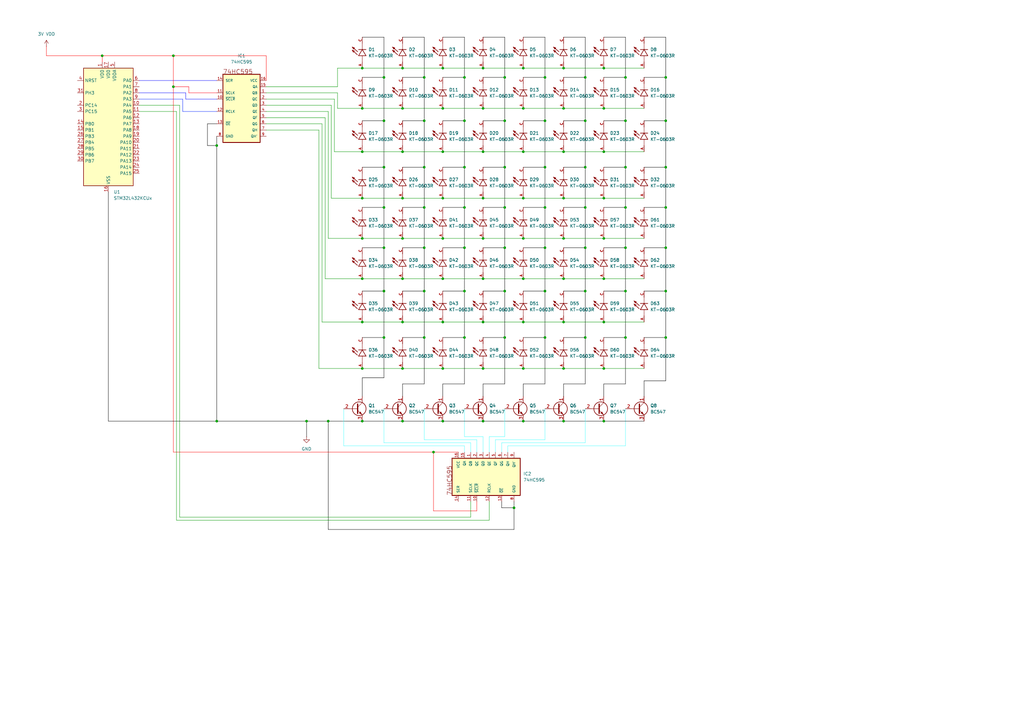
<source format=kicad_sch>
(kicad_sch (version 20250114) (generator "eeschema") (generator_version "9.0")
  (paper "A3")
  (lib_symbols
    (symbol "74HC595:74HC595" (pin_names (offset 1.016))
      (property "Reference" "IC" (at -7.6325 -17.8092 0))
      (property "Value" "74HC595" (at 0 0 0))
      (symbol "74HC595_0_0"
        (text "74HC595" (at -7.6285 12.7142 0) (effects (font (size 1.78 1.78)) (justify left bottom)))
        (pin input line (at -10.16 10.16 0) (length 2.54) (name "SER") (number "14"))
        (pin input line (at -10.16 5.08 0) (length 2.54) (name "SCLK") (number "11"))
        (pin input line (at -10.16 2.54 0) (length 2.54) (name "~{SCLR}") (number "10"))
        (pin input line (at -10.16 -2.54 0) (length 2.54) (name "RCLK") (number "12"))
        (pin input line (at -10.16 -7.62 0) (length 2.54) (name "~{OE}") (number "13"))
        (pin power_in line (at -10.16 -12.7 0) (length 2.54) (name "GND") (number "8"))
        (pin power_in line (at 10.16 10.16 180) (length 2.54) (name "VCC") (number "16"))
        (pin tri_state line (at 10.16 7.62 180) (length 2.54) (name "QA") (number "15"))
        (pin tri_state line (at 10.16 5.08 180) (length 2.54) (name "QB") (number "1"))
        (pin tri_state line (at 10.16 2.54 180) (length 2.54) (name "QC") (number "2"))
        (pin tri_state line (at 10.16 0 180) (length 2.54) (name "QD") (number "3"))
        (pin tri_state line (at 10.16 -2.54 180) (length 2.54) (name "QE") (number "4"))
        (pin tri_state line (at 10.16 -5.08 180) (length 2.54) (name "QF") (number "5"))
        (pin tri_state line (at 10.16 -7.62 180) (length 2.54) (name "QG") (number "6"))
        (pin tri_state line (at 10.16 -10.16 180) (length 2.54) (name "QH") (number "7"))
        (pin tri_state line (at 10.16 -12.7 180) (length 2.54) (name "QH'") (number "9"))
      )
    )
    (symbol "KT-0603R:KT-0603R" (pin_names (offset 1.016))
      (property "Reference" "D" (at -3.556 4.4958 0))
      (property "Value" "KT-0603R" (at -3.556 -3.302 0))
      (symbol "KT-0603R_0_0"
        (pin passive line (at -7.62 0 0) (length 2.54) (name "~") (number "A"))
        (pin passive line (at 5.08 0 180) (length 2.54) (name "~") (number "C"))
      )
    )
    (symbol "MCU_ST_STM32L4:STM32L432KCUx"
      (property "Reference" "U" (at -10.16 26.67 0))
      (property "Value" "STM32L432KCUx" (at 5.08 26.67 0))
      (symbol "STM32L432KCUx_1_1"
        (pin input line (at -12.7 20.32 0) (length 2.54) (name "NRST") (number "4"))
        (pin bidirectional line (at -12.7 15.24 0) (length 2.54) (name "PH3") (number "31"))
        (pin bidirectional line (at -12.7 10.16 0) (length 2.54) (name "PC14") (number "2"))
        (pin bidirectional line (at -12.7 7.62 0) (length 2.54) (name "PC15") (number "3"))
        (pin bidirectional line (at -12.7 2.54 0) (length 2.54) (name "PB0") (number "14"))
        (pin bidirectional line (at -12.7 0 0) (length 2.54) (name "PB1") (number "15"))
        (pin bidirectional line (at -12.7 -2.54 0) (length 2.54) (name "PB3") (number "26"))
        (pin bidirectional line (at -12.7 -5.08 0) (length 2.54) (name "PB4") (number "27"))
        (pin bidirectional line (at -12.7 -7.62 0) (length 2.54) (name "PB5") (number "28"))
        (pin bidirectional line (at -12.7 -10.16 0) (length 2.54) (name "PB6") (number "29"))
        (pin bidirectional line (at -12.7 -12.7 0) (length 2.54) (name "PB7") (number "30"))
        (pin power_in line (at -2.54 27.94 270) (length 2.54) (name "VDD") (number "1"))
        (pin power_in line (at 0 27.94 270) (length 2.54) (name "VDD") (number "17"))
        (pin power_in line (at 0 -25.4 90) (length 2.54) (name "VSS") (number "16"))
        (pin passive line (at 0 -25.4 90) (length 2.54) (hide yes) (name "VSS") (number "32"))
        (pin passive line (at 0 -25.4 90) (length 2.54) (hide yes) (name "VSS") (number "33"))
        (pin power_in line (at 2.54 27.94 270) (length 2.54) (name "VDDA") (number "5"))
        (pin bidirectional line (at 12.7 20.32 180) (length 2.54) (name "PA0") (number "6"))
        (pin bidirectional line (at 12.7 17.78 180) (length 2.54) (name "PA1") (number "7"))
        (pin bidirectional line (at 12.7 15.24 180) (length 2.54) (name "PA2") (number "8"))
        (pin bidirectional line (at 12.7 12.7 180) (length 2.54) (name "PA3") (number "9"))
        (pin bidirectional line (at 12.7 10.16 180) (length 2.54) (name "PA4") (number "10"))
        (pin bidirectional line (at 12.7 7.62 180) (length 2.54) (name "PA5") (number "11"))
        (pin bidirectional line (at 12.7 5.08 180) (length 2.54) (name "PA6") (number "12"))
        (pin bidirectional line (at 12.7 2.54 180) (length 2.54) (name "PA7") (number "13"))
        (pin bidirectional line (at 12.7 0 180) (length 2.54) (name "PA8") (number "18"))
        (pin bidirectional line (at 12.7 -2.54 180) (length 2.54) (name "PA9") (number "19"))
        (pin bidirectional line (at 12.7 -5.08 180) (length 2.54) (name "PA10") (number "20"))
        (pin bidirectional line (at 12.7 -7.62 180) (length 2.54) (name "PA11") (number "21"))
        (pin bidirectional line (at 12.7 -10.16 180) (length 2.54) (name "PA12") (number "22"))
        (pin bidirectional line (at 12.7 -12.7 180) (length 2.54) (name "PA13") (number "23"))
        (pin bidirectional line (at 12.7 -15.24 180) (length 2.54) (name "PA14") (number "24"))
        (pin bidirectional line (at 12.7 -17.78 180) (length 2.54) (name "PA15") (number "25"))
      )
    )
    (symbol "Transistor_BJT:BC547" (pin_names (offset 0) (hide yes))
      (property "Reference" "Q" (at 5.08 1.905 0))
      (property "Value" "BC547" (at 5.08 0 0))
      (symbol "BC547_1_1"
        (pin input line (at -5.08 0 0) (length 2.54) (name "B") (number "2"))
        (pin passive line (at 2.54 5.08 270) (length 2.54) (name "C") (number "1"))
        (pin passive line (at 2.54 -5.08 90) (length 2.54) (name "E") (number "3"))
      )
    )
    (symbol "power:GND" (power) (pin_numbers (hide yes)) (pin_names (offset 0) (hide yes))
      (property "Value" "GND" (at 0 -3.81 0))
      (symbol "GND_1_1"
        (pin power_in line (at 0 0 270) (length 0) (name "~") (number "1"))
      )
    )
    (symbol "power:VDD" (power) (pin_numbers (hide yes)) (pin_names (offset 0) (hide yes))
      (property "Value" "VDD" (at 0 3.556 0))
      (symbol "VDD_1_1"
        (pin power_in line (at 0 0 90) (length 0) (name "~") (number "1"))
      )
    )
  )
  (junction (at 198.12 27.94))
  (junction (at 148.59 132.08))
  (junction (at 198.12 62.23))
  (junction (at 247.65 114.3))
  (junction (at 198.12 132.08))
  (junction (at 190.5 49.53))
  (junction (at 157.48 85.09))
  (junction (at 165.1 44.45))
  (junction (at 173.99 85.09))
  (junction (at 240.03 85.09))
  (junction (at 240.03 119.38))
  (junction (at 223.52 138.43))
  (junction (at 214.63 172.72))
  (junction (at 273.05 68.58))
  (junction (at 165.1 81.28))
  (junction (at 181.61 132.08))
  (junction (at 214.63 44.45))
  (junction (at 273.05 101.6))
  (junction (at 173.99 49.53))
  (junction (at 198.12 97.79))
  (junction (at 256.54 101.6))
  (junction (at 157.48 68.58))
  (junction (at 198.12 172.72))
  (junction (at 148.59 97.79))
  (junction (at 173.99 68.58))
  (junction (at 273.05 85.09))
  (junction (at 148.59 62.23))
  (junction (at 157.48 49.53))
  (junction (at 273.05 49.53))
  (junction (at 273.05 31.75))
  (junction (at 231.14 132.08))
  (junction (at 181.61 27.94))
  (junction (at 247.65 62.23))
  (junction (at 231.14 62.23))
  (junction (at 247.65 132.08))
  (junction (at 190.5 138.43))
  (junction (at 148.59 44.45))
  (junction (at 256.54 68.58))
  (junction (at 231.14 172.72))
  (junction (at 165.1 114.3))
  (junction (at 256.54 119.38))
  (junction (at 198.12 81.28))
  (junction (at 273.05 119.38))
  (junction (at 256.54 138.43))
  (junction (at 214.63 27.94))
  (junction (at 181.61 81.28))
  (junction (at 190.5 101.6))
  (junction (at 71.12 22.86))
  (junction (at 181.61 172.72))
  (junction (at 190.5 85.09))
  (junction (at 177.8 185.42))
  (junction (at 223.52 101.6))
  (junction (at 165.1 132.08))
  (junction (at 148.59 114.3))
  (junction (at 210.82 208.28))
  (junction (at 207.01 138.43))
  (junction (at 198.12 151.13))
  (junction (at 240.03 49.53))
  (junction (at 223.52 31.75))
  (junction (at 148.59 81.28))
  (junction (at 240.03 138.43))
  (junction (at 165.1 62.23))
  (junction (at 41.91 22.86))
  (junction (at 247.65 97.79))
  (junction (at 214.63 62.23))
  (junction (at 71.12 35.56))
  (junction (at 223.52 49.53))
  (junction (at 198.12 44.45))
  (junction (at 165.1 97.79))
  (junction (at 157.48 138.43))
  (junction (at 256.54 49.53))
  (junction (at 165.1 172.72))
  (junction (at 190.5 31.75))
  (junction (at 207.01 49.53))
  (junction (at 240.03 31.75))
  (junction (at 157.48 119.38))
  (junction (at 231.14 151.13))
  (junction (at 214.63 132.08))
  (junction (at 157.48 101.6))
  (junction (at 181.61 97.79))
  (junction (at 247.65 172.72))
  (junction (at 223.52 119.38))
  (junction (at 247.65 81.28))
  (junction (at 181.61 114.3))
  (junction (at 214.63 81.28))
  (junction (at 231.14 81.28))
  (junction (at 181.61 62.23))
  (junction (at 134.62 172.72))
  (junction (at 247.65 27.94))
  (junction (at 214.63 97.79))
  (junction (at 190.5 68.58))
  (junction (at 231.14 44.45))
  (junction (at 88.9 172.72))
  (junction (at 247.65 44.45))
  (junction (at 173.99 31.75))
  (junction (at 181.61 151.13))
  (junction (at 273.05 138.43))
  (junction (at 247.65 151.13))
  (junction (at 125.73 172.72))
  (junction (at 240.03 101.6))
  (junction (at 148.59 27.94))
  (junction (at 173.99 138.43))
  (junction (at 148.59 172.72))
  (junction (at 214.63 114.3))
  (junction (at 231.14 97.79))
  (junction (at 198.12 114.3))
  (junction (at 256.54 31.75))
  (junction (at 207.01 119.38))
  (junction (at 165.1 27.94))
  (junction (at 214.63 151.13))
  (junction (at 223.52 85.09))
  (junction (at 256.54 85.09))
  (junction (at 207.01 101.6))
  (junction (at 223.52 68.58))
  (junction (at 240.03 68.58))
  (junction (at 207.01 68.58))
  (junction (at 173.99 119.38))
  (junction (at 231.14 27.94))
  (junction (at 207.01 85.09))
  (junction (at 231.14 114.3))
  (junction (at 190.5 119.38))
  (junction (at 148.59 151.13))
  (junction (at 207.01 31.75))
  (junction (at 157.48 31.75))
  (junction (at 165.1 151.13))
  (junction (at 88.9 59.69))
  (junction (at 173.99 101.6))
  (junction (at 181.61 44.45))
  (wire (pts (xy 181.61 44.45) (xy 198.12 44.45)))
  (wire (pts (xy 195.58 185.42) (xy 195.58 180.34)) (stroke (width 0) (color 75 253 255 1)))
  (wire (pts (xy 231.14 85.09) (xy 240.03 85.09)) (stroke (width 0) (color 0 0 0 1)))
  (wire (pts (xy 157.48 138.43) (xy 157.48 154.94)) (stroke (width 0) (color 0 0 0 1)))
  (wire (pts (xy 173.99 119.38) (xy 173.99 101.6)) (stroke (width 0) (color 0 0 0 1)))
  (wire (pts (xy 223.52 31.75) (xy 223.52 49.53)) (stroke (width 0) (color 0 0 0 1)))
  (wire (pts (xy 181.61 151.13) (xy 198.12 151.13)))
  (wire (pts (xy 264.16 31.75) (xy 273.05 31.75)) (stroke (width 0) (color 0 0 0 1)))
  (wire (pts (xy 240.03 68.58) (xy 240.03 85.09)) (stroke (width 0) (color 0 0 0 1)))
  (wire (pts (xy 247.65 162.56) (xy 247.65 157.48)) (stroke (width 0) (color 0 0 0 1)))
  (wire (pts (xy 181.61 31.75) (xy 190.5 31.75)) (stroke (width 0) (color 0 0 0 1)))
  (wire (pts (xy 148.59 132.08) (xy 165.1 132.08)))
  (wire (pts (xy 181.61 119.38) (xy 190.5 119.38)) (stroke (width 0) (color 0 0 0 1)))
  (wire (pts (xy 231.14 172.72) (xy 247.65 172.72)) (stroke (width 0) (color 0 0 0 1)))
  (wire (pts (xy 181.61 97.79) (xy 198.12 97.79)))
  (wire (pts (xy 109.22 38.1) (xy 138.43 38.1)))
  (wire (pts (xy 19.05 19.05) (xy 19.05 22.86)) (stroke (width 0) (color 253 0 0 1)))
  (wire (pts (xy 41.91 22.86) (xy 41.91 25.4)) (stroke (width 0) (color 253 0 0 1)))
  (wire (pts (xy 165.1 27.94) (xy 181.61 27.94)))
  (wire (pts (xy 264.16 119.38) (xy 273.05 119.38)) (stroke (width 0) (color 0 0 0 1)))
  (wire (pts (xy 223.52 15.24) (xy 223.52 31.75)) (stroke (width 0) (color 0 0 0 1)))
  (wire (pts (xy 88.9 50.8) (xy 85.09 50.8)) (stroke (width 0) (color 0 0 0 1)))
  (wire (pts (xy 138.43 35.56) (xy 109.22 35.56)))
  (wire (pts (xy 231.14 62.23) (xy 247.65 62.23)))
  (wire (pts (xy 173.99 49.53) (xy 173.99 31.75)) (stroke (width 0) (color 0 0 0 1)))
  (wire (pts (xy 198.12 138.43) (xy 207.01 138.43)) (stroke (width 0) (color 0 0 0 1)))
  (wire (pts (xy 198.12 15.24) (xy 207.01 15.24)) (stroke (width 0) (color 0 0 0 1)))
  (wire (pts (xy 190.5 31.75) (xy 190.5 49.53)) (stroke (width 0) (color 0 0 0 1)))
  (wire (pts (xy 247.65 157.48) (xy 256.54 157.48)) (stroke (width 0) (color 0 0 0 1)))
  (wire (pts (xy 88.9 40.64) (xy 76.2 40.64)) (stroke (width 0) (color 0 3 255 1)))
  (wire (pts (xy 148.59 81.28) (xy 165.1 81.28)))
  (wire (pts (xy 148.59 97.79) (xy 165.1 97.79)))
  (wire (pts (xy 198.12 31.75) (xy 207.01 31.75)) (stroke (width 0) (color 0 0 0 1)))
  (wire (pts (xy 247.65 68.58) (xy 256.54 68.58)) (stroke (width 0) (color 0 0 0 1)))
  (wire (pts (xy 165.1 162.56) (xy 165.1 157.48)) (stroke (width 0) (color 0 0 0 1)))
  (wire (pts (xy 157.48 101.6) (xy 157.48 119.38)) (stroke (width 0) (color 0 0 0 1)))
  (wire (pts (xy 72.39 45.72) (xy 57.15 45.72)))
  (wire (pts (xy 231.14 119.38) (xy 240.03 119.38)) (stroke (width 0) (color 0 0 0 1)))
  (wire (pts (xy 256.54 85.09) (xy 256.54 101.6)) (stroke (width 0) (color 0 0 0 1)))
  (wire (pts (xy 165.1 31.75) (xy 173.99 31.75)) (stroke (width 0) (color 0 0 0 1)))
  (wire (pts (xy 165.1 97.79) (xy 181.61 97.79)))
  (wire (pts (xy 157.48 15.24) (xy 157.48 31.75)) (stroke (width 0) (color 0 0 0 1)))
  (wire (pts (xy 214.63 15.24) (xy 223.52 15.24)) (stroke (width 0) (color 0 0 0 1)))
  (wire (pts (xy 148.59 114.3) (xy 165.1 114.3)))
  (wire (pts (xy 198.12 185.42) (xy 198.12 179.07)) (stroke (width 0) (color 75 253 255 1)))
  (wire (pts (xy 273.05 49.53) (xy 273.05 68.58)) (stroke (width 0) (color 0 0 0 1)))
  (wire (pts (xy 109.22 22.86) (xy 71.12 22.86)) (stroke (width 0) (color 253 0 0 1)))
  (wire (pts (xy 256.54 15.24) (xy 256.54 31.75)) (stroke (width 0) (color 0 0 0 1)))
  (wire (pts (xy 148.59 172.72) (xy 165.1 172.72)) (stroke (width 0) (color 0 0 0 1)))
  (wire (pts (xy 165.1 157.48) (xy 173.99 157.48)) (stroke (width 0) (color 0 0 0 1)))
  (wire (pts (xy 57.15 43.18) (xy 73.66 43.18)))
  (wire (pts (xy 264.16 162.56) (xy 264.16 156.21)) (stroke (width 0) (color 0 0 0 1)))
  (wire (pts (xy 190.5 157.48) (xy 190.5 138.43)) (stroke (width 0) (color 0 0 0 1)))
  (wire (pts (xy 74.93 40.64) (xy 74.93 45.72)) (stroke (width 0) (color 0 33 255 1)))
  (wire (pts (xy 214.63 31.75) (xy 223.52 31.75)) (stroke (width 0) (color 0 0 0 1)))
  (wire (pts (xy 109.22 43.18) (xy 135.89 43.18)))
  (wire (pts (xy 148.59 119.38) (xy 157.48 119.38)) (stroke (width 0) (color 0 0 0 1)))
  (wire (pts (xy 214.63 97.79) (xy 231.14 97.79)))
  (wire (pts (xy 223.52 138.43) (xy 214.63 138.43)) (stroke (width 0) (color 0 0 0 1)))
  (wire (pts (xy 74.93 45.72) (xy 88.9 45.72)) (stroke (width 0) (color 0 33 255 1)))
  (wire (pts (xy 231.14 31.75) (xy 240.03 31.75)) (stroke (width 0) (color 0 0 0 1)))
  (wire (pts (xy 200.66 205.74) (xy 200.66 213.36)))
  (wire (pts (xy 148.59 138.43) (xy 157.48 138.43)) (stroke (width 0) (color 0 0 0 1)))
  (wire (pts (xy 190.5 101.6) (xy 190.5 119.38)) (stroke (width 0) (color 0 0 0 1)))
  (wire (pts (xy 214.63 162.56) (xy 214.63 157.48)) (stroke (width 0) (color 0 0 0 1)))
  (wire (pts (xy 138.43 27.94) (xy 148.59 27.94)))
  (wire (pts (xy 85.09 59.69) (xy 88.9 59.69)) (stroke (width 0) (color 0 0 0 1)))
  (wire (pts (xy 200.66 179.07) (xy 200.66 185.42)) (stroke (width 0) (color 75 253 255 1)))
  (wire (pts (xy 256.54 101.6) (xy 256.54 119.38)) (stroke (width 0) (color 0 0 0 1)))
  (wire (pts (xy 207.01 31.75) (xy 207.01 49.53)) (stroke (width 0) (color 0 0 0 1)))
  (wire (pts (xy 187.96 185.42) (xy 177.8 185.42)) (stroke (width 0) (color 253 0 0 1)))
  (wire (pts (xy 157.48 181.61) (xy 157.48 167.64)) (stroke (width 0) (color 75 253 255 1)))
  (wire (pts (xy 273.05 138.43) (xy 264.16 138.43)) (stroke (width 0) (color 0 0 0 1)))
  (wire (pts (xy 214.63 49.53) (xy 223.52 49.53)) (stroke (width 0) (color 0 0 0 1)))
  (wire (pts (xy 135.89 43.18) (xy 135.89 81.28)))
  (wire (pts (xy 273.05 31.75) (xy 273.05 49.53)) (stroke (width 0) (color 0 0 0 1)))
  (wire (pts (xy 148.59 85.09) (xy 157.48 85.09)) (stroke (width 0) (color 0 0 0 1)))
  (wire (pts (xy 181.61 138.43) (xy 190.5 138.43)) (stroke (width 0) (color 0 0 0 1)))
  (wire (pts (xy 165.1 81.28) (xy 181.61 81.28)))
  (wire (pts (xy 190.5 119.38) (xy 190.5 138.43)) (stroke (width 0) (color 0 0 0 1)))
  (wire (pts (xy 247.65 27.94) (xy 264.16 27.94)))
  (wire (pts (xy 247.65 81.28) (xy 264.16 81.28)))
  (wire (pts (xy 77.47 35.56) (xy 71.12 35.56)) (stroke (width 0) (color 255 0 22 1)))
  (wire (pts (xy 165.1 62.23) (xy 181.61 62.23)))
  (wire (pts (xy 247.65 97.79) (xy 264.16 97.79)))
  (wire (pts (xy 135.89 81.28) (xy 148.59 81.28)))
  (wire (pts (xy 137.16 62.23) (xy 148.59 62.23)))
  (wire (pts (xy 198.12 44.45) (xy 214.63 44.45)))
  (wire (pts (xy 71.12 185.42) (xy 71.12 35.56)) (stroke (width 0) (color 253 0 0 1)))
  (wire (pts (xy 134.62 172.72) (xy 134.62 217.17)) (stroke (width 0) (color 0 0 0 1)))
  (wire (pts (xy 173.99 101.6) (xy 173.99 85.09)) (stroke (width 0) (color 0 0 0 1)))
  (wire (pts (xy 231.14 15.24) (xy 240.03 15.24)) (stroke (width 0) (color 0 0 0 1)))
  (wire (pts (xy 44.45 78.74) (xy 44.45 172.72)) (stroke (width 0) (color 0 0 0 1)))
  (wire (pts (xy 132.08 132.08) (xy 148.59 132.08)))
  (wire (pts (xy 165.1 49.53) (xy 173.99 49.53)) (stroke (width 0) (color 0 0 0 1)))
  (wire (pts (xy 190.5 185.42) (xy 190.5 182.88)) (stroke (width 0) (color 75 253 255 1)))
  (wire (pts (xy 214.63 157.48) (xy 223.52 157.48)) (stroke (width 0) (color 0 0 0 1)))
  (wire (pts (xy 273.05 119.38) (xy 273.05 138.43)) (stroke (width 0) (color 0 0 0 1)))
  (wire (pts (xy 76.2 38.1) (xy 57.15 38.1)) (stroke (width 0) (color 0 3 255 1)))
  (wire (pts (xy 73.66 212.09) (xy 193.04 212.09)))
  (wire (pts (xy 223.52 85.09) (xy 223.52 101.6)) (stroke (width 0) (color 0 0 0 1)))
  (wire (pts (xy 198.12 151.13) (xy 214.63 151.13)))
  (wire (pts (xy 273.05 15.24) (xy 273.05 31.75)) (stroke (width 0) (color 0 0 0 1)))
  (wire (pts (xy 240.03 167.64) (xy 240.03 181.61)) (stroke (width 0) (color 75 253 255 1)))
  (wire (pts (xy 264.16 49.53) (xy 273.05 49.53)) (stroke (width 0) (color 0 0 0 1)))
  (wire (pts (xy 240.03 49.53) (xy 240.03 68.58)) (stroke (width 0) (color 0 0 0 1)))
  (wire (pts (xy 208.28 182.88) (xy 256.54 182.88)) (stroke (width 0) (color 75 253 255 1)))
  (wire (pts (xy 247.65 15.24) (xy 256.54 15.24)) (stroke (width 0) (color 0 0 0 1)))
  (wire (pts (xy 210.82 217.17) (xy 210.82 208.28)) (stroke (width 0) (color 0 0 0 1)))
  (wire (pts (xy 181.61 81.28) (xy 198.12 81.28)))
  (wire (pts (xy 205.74 181.61) (xy 205.74 185.42)) (stroke (width 0) (color 75 253 255 1)))
  (wire (pts (xy 165.1 68.58) (xy 173.99 68.58)) (stroke (width 0) (color 0 0 0 1)))
  (wire (pts (xy 198.12 101.6) (xy 207.01 101.6)) (stroke (width 0) (color 0 0 0 1)))
  (wire (pts (xy 72.39 213.36) (xy 72.39 45.72)))
  (wire (pts (xy 181.61 27.94) (xy 198.12 27.94)))
  (wire (pts (xy 190.5 49.53) (xy 190.5 68.58)) (stroke (width 0) (color 0 0 0 1)))
  (wire (pts (xy 71.12 35.56) (xy 71.12 22.86)) (stroke (width 0) (color 253 0 0 1)))
  (wire (pts (xy 165.1 114.3) (xy 181.61 114.3)))
  (wire (pts (xy 148.59 62.23) (xy 165.1 62.23)))
  (wire (pts (xy 173.99 138.43) (xy 173.99 119.38)) (stroke (width 0) (color 0 0 0 1)))
  (wire (pts (xy 44.45 172.72) (xy 88.9 172.72)) (stroke (width 0) (color 0 0 0 1)))
  (wire (pts (xy 207.01 119.38) (xy 207.01 138.43)) (stroke (width 0) (color 0 0 0 1)))
  (wire (pts (xy 165.1 15.24) (xy 173.99 15.24)) (stroke (width 0) (color 0 0 0 1)))
  (wire (pts (xy 240.03 119.38) (xy 240.03 138.43)) (stroke (width 0) (color 0 0 0 1)))
  (wire (pts (xy 157.48 31.75) (xy 157.48 49.53)) (stroke (width 0) (color 0 0 0 1)))
  (wire (pts (xy 173.99 180.34) (xy 173.99 167.64)) (stroke (width 0) (color 75 253 255 1)))
  (wire (pts (xy 207.01 49.53) (xy 207.01 68.58)) (stroke (width 0) (color 0 0 0 1)))
  (wire (pts (xy 247.65 138.43) (xy 256.54 138.43)) (stroke (width 0) (color 0 0 0 1)))
  (wire (pts (xy 148.59 151.13) (xy 165.1 151.13)))
  (wire (pts (xy 240.03 85.09) (xy 240.03 101.6)) (stroke (width 0) (color 0 0 0 1)))
  (wire (pts (xy 173.99 85.09) (xy 173.99 68.58)) (stroke (width 0) (color 0 0 0 1)))
  (wire (pts (xy 165.1 101.6) (xy 173.99 101.6)) (stroke (width 0) (color 0 0 0 1)))
  (wire (pts (xy 273.05 101.6) (xy 273.05 119.38)) (stroke (width 0) (color 0 0 0 1)))
  (wire (pts (xy 134.62 172.72) (xy 148.59 172.72)) (stroke (width 0) (color 0 0 0 1)))
  (wire (pts (xy 231.14 44.45) (xy 247.65 44.45)))
  (wire (pts (xy 198.12 157.48) (xy 207.01 157.48)) (stroke (width 0) (color 0 0 0 1)))
  (wire (pts (xy 264.16 85.09) (xy 273.05 85.09)) (stroke (width 0) (color 0 0 0 1)))
  (wire (pts (xy 240.03 181.61) (xy 205.74 181.61)) (stroke (width 0) (color 75 253 255 1)))
  (wire (pts (xy 273.05 85.09) (xy 273.05 101.6)) (stroke (width 0) (color 0 0 0 1)))
  (wire (pts (xy 157.48 68.58) (xy 157.48 85.09)) (stroke (width 0) (color 0 0 0 1)))
  (wire (pts (xy 181.61 172.72) (xy 198.12 172.72)) (stroke (width 0) (color 0 0 0 1)))
  (wire (pts (xy 193.04 181.61) (xy 157.48 181.61)) (stroke (width 0) (color 75 253 255 1)))
  (wire (pts (xy 231.14 27.94) (xy 247.65 27.94)))
  (wire (pts (xy 134.62 217.17) (xy 210.82 217.17)) (stroke (width 0) (color 0 0 0 1)))
  (wire (pts (xy 77.47 38.1) (xy 77.47 35.56)) (stroke (width 0) (color 255 0 22 1)))
  (wire (pts (xy 125.73 172.72) (xy 134.62 172.72)) (stroke (width 0) (color 0 0 0 1)))
  (wire (pts (xy 133.35 114.3) (xy 148.59 114.3)))
  (wire (pts (xy 198.12 68.58) (xy 207.01 68.58)) (stroke (width 0) (color 0 0 0 1)))
  (wire (pts (xy 181.61 132.08) (xy 198.12 132.08)))
  (wire (pts (xy 198.12 132.08) (xy 214.63 132.08)))
  (wire (pts (xy 256.54 49.53) (xy 256.54 68.58)) (stroke (width 0) (color 0 0 0 1)))
  (wire (pts (xy 109.22 50.8) (xy 132.08 50.8)))
  (wire (pts (xy 214.63 132.08) (xy 231.14 132.08)))
  (wire (pts (xy 109.22 48.26) (xy 133.35 48.26)))
  (wire (pts (xy 138.43 44.45) (xy 148.59 44.45)))
  (wire (pts (xy 223.52 49.53) (xy 223.52 68.58)) (stroke (width 0) (color 0 0 0 1)))
  (wire (pts (xy 198.12 62.23) (xy 214.63 62.23)))
  (wire (pts (xy 88.9 59.69) (xy 88.9 172.72)) (stroke (width 0) (color 0 0 0 1)))
  (wire (pts (xy 57.15 33.02) (xy 88.9 33.02)) (stroke (width 0) (color 4 0 255 1)))
  (wire (pts (xy 173.99 68.58) (xy 173.99 49.53)) (stroke (width 0) (color 0 0 0 1)))
  (wire (pts (xy 132.08 50.8) (xy 132.08 132.08)))
  (wire (pts (xy 88.9 172.72) (xy 125.73 172.72)) (stroke (width 0) (color 0 0 0 1)))
  (wire (pts (xy 133.35 48.26) (xy 133.35 114.3)))
  (wire (pts (xy 231.14 162.56) (xy 231.14 157.48)) (stroke (width 0) (color 0 0 0 1)))
  (wire (pts (xy 71.12 22.86) (xy 41.91 22.86)) (stroke (width 0) (color 253 0 0 1)))
  (wire (pts (xy 247.65 44.45) (xy 264.16 44.45)))
  (wire (pts (xy 198.12 97.79) (xy 214.63 97.79)))
  (wire (pts (xy 173.99 157.48) (xy 173.99 138.43)) (stroke (width 0) (color 0 0 0 1)))
  (wire (pts (xy 109.22 33.02) (xy 109.22 22.86)) (stroke (width 0) (color 253 0 0 1)))
  (wire (pts (xy 177.8 185.42) (xy 71.12 185.42)) (stroke (width 0) (color 253 0 0 1)))
  (wire (pts (xy 173.99 31.75) (xy 173.99 15.24)) (stroke (width 0) (color 0 0 0 1)))
  (wire (pts (xy 148.59 101.6) (xy 157.48 101.6)) (stroke (width 0) (color 0 0 0 1)))
  (wire (pts (xy 148.59 27.94) (xy 165.1 27.94)))
  (wire (pts (xy 231.14 101.6) (xy 240.03 101.6)) (stroke (width 0) (color 0 0 0 1)))
  (wire (pts (xy 214.63 114.3) (xy 231.14 114.3)))
  (wire (pts (xy 88.9 55.88) (xy 88.9 59.69)) (stroke (width 0) (color 0 0 0 1)))
  (wire (pts (xy 138.43 38.1) (xy 138.43 44.45)))
  (wire (pts (xy 57.15 40.64) (xy 74.93 40.64)) (stroke (width 0) (color 0 33 255 1)))
  (wire (pts (xy 247.65 85.09) (xy 256.54 85.09)) (stroke (width 0) (color 0 0 0 1)))
  (wire (pts (xy 214.63 27.94) (xy 231.14 27.94)))
  (wire (pts (xy 198.12 81.28) (xy 214.63 81.28)))
  (wire (pts (xy 214.63 151.13) (xy 231.14 151.13)))
  (wire (pts (xy 19.05 22.86) (xy 41.91 22.86)) (stroke (width 0) (color 253 0 0 1)))
  (wire (pts (xy 85.09 50.8) (xy 85.09 59.69)) (stroke (width 0) (color 0 0 0 1)))
  (wire (pts (xy 240.03 31.75) (xy 240.03 49.53)) (stroke (width 0) (color 0 0 0 1)))
  (wire (pts (xy 231.14 49.53) (xy 240.03 49.53)) (stroke (width 0) (color 0 0 0 1)))
  (wire (pts (xy 240.03 15.24) (xy 240.03 31.75)) (stroke (width 0) (color 0 0 0 1)))
  (wire (pts (xy 165.1 44.45) (xy 181.61 44.45)))
  (wire (pts (xy 109.22 53.34) (xy 130.81 53.34)))
  (wire (pts (xy 165.1 172.72) (xy 181.61 172.72)) (stroke (width 0) (color 0 0 0 1)))
  (wire (pts (xy 125.73 172.72) (xy 125.73 179.07)) (stroke (width 0) (color 0 0 0 1)))
  (wire (pts (xy 247.65 114.3) (xy 264.16 114.3)))
  (wire (pts (xy 198.12 172.72) (xy 214.63 172.72)) (stroke (width 0) (color 0 0 0 1)))
  (wire (pts (xy 223.52 101.6) (xy 223.52 119.38)) (stroke (width 0) (color 0 0 0 1)))
  (wire (pts (xy 231.14 157.48) (xy 240.03 157.48)) (stroke (width 0) (color 0 0 0 1)))
  (wire (pts (xy 207.01 179.07) (xy 200.66 179.07)) (stroke (width 0) (color 75 253 255 1)))
  (wire (pts (xy 214.63 81.28) (xy 231.14 81.28)))
  (wire (pts (xy 203.2 185.42) (xy 203.2 180.34)) (stroke (width 0) (color 75 253 255 1)))
  (wire (pts (xy 177.8 185.42) (xy 177.8 209.55)) (stroke (width 0) (color 253 0 0 1)))
  (wire (pts (xy 190.5 182.88) (xy 140.97 182.88)) (stroke (width 0) (color 75 253 255 1)))
  (wire (pts (xy 76.2 40.64) (xy 76.2 38.1)) (stroke (width 0) (color 0 3 255 1)))
  (wire (pts (xy 198.12 27.94) (xy 214.63 27.94)))
  (wire (pts (xy 207.01 15.24) (xy 207.01 31.75)) (stroke (width 0) (color 0 0 0 1)))
  (wire (pts (xy 181.61 68.58) (xy 190.5 68.58)) (stroke (width 0) (color 0 0 0 1)))
  (wire (pts (xy 231.14 132.08) (xy 247.65 132.08)))
  (wire (pts (xy 247.65 172.72) (xy 264.16 172.72)) (stroke (width 0) (color 0 0 0 1)))
  (wire (pts (xy 256.54 119.38) (xy 256.54 138.43)) (stroke (width 0) (color 0 0 0 1)))
  (wire (pts (xy 214.63 68.58) (xy 223.52 68.58)) (stroke (width 0) (color 0 0 0 1)))
  (wire (pts (xy 173.99 138.43) (xy 165.1 138.43)) (stroke (width 0) (color 0 0 0 1)))
  (wire (pts (xy 214.63 101.6) (xy 223.52 101.6)) (stroke (width 0) (color 0 0 0 1)))
  (wire (pts (xy 140.97 182.88) (xy 140.97 167.64)) (stroke (width 0) (color 75 253 255 1)))
  (wire (pts (xy 256.54 157.48) (xy 256.54 138.43)) (stroke (width 0) (color 0 0 0 1)))
  (wire (pts (xy 210.82 208.28) (xy 205.74 208.28)) (stroke (width 0) (color 0 0 0 1)))
  (wire (pts (xy 207.01 101.6) (xy 207.01 119.38)) (stroke (width 0) (color 0 0 0 1)))
  (wire (pts (xy 207.01 85.09) (xy 207.01 101.6)) (stroke (width 0) (color 0 0 0 1)))
  (wire (pts (xy 165.1 132.08) (xy 181.61 132.08)))
  (wire (pts (xy 138.43 27.94) (xy 138.43 35.56)))
  (wire (pts (xy 165.1 85.09) (xy 173.99 85.09)) (stroke (width 0) (color 0 0 0 1)))
  (wire (pts (xy 181.61 15.24) (xy 190.5 15.24)) (stroke (width 0) (color 0 0 0 1)))
  (wire (pts (xy 264.16 101.6) (xy 273.05 101.6)) (stroke (width 0) (color 0 0 0 1)))
  (wire (pts (xy 181.61 62.23) (xy 198.12 62.23)))
  (wire (pts (xy 165.1 151.13) (xy 181.61 151.13)))
  (wire (pts (xy 198.12 85.09) (xy 207.01 85.09)) (stroke (width 0) (color 0 0 0 1)))
  (wire (pts (xy 195.58 180.34) (xy 173.99 180.34)) (stroke (width 0) (color 75 253 255 1)))
  (wire (pts (xy 231.14 138.43) (xy 240.03 138.43)) (stroke (width 0) (color 0 0 0 1)))
  (wire (pts (xy 208.28 185.42) (xy 208.28 182.88)) (stroke (width 0) (color 75 253 255 1)))
  (wire (pts (xy 181.61 101.6) (xy 190.5 101.6)) (stroke (width 0) (color 0 0 0 1)))
  (wire (pts (xy 157.48 85.09) (xy 157.48 101.6)) (stroke (width 0) (color 0 0 0 1)))
  (wire (pts (xy 198.12 119.38) (xy 207.01 119.38)) (stroke (width 0) (color 0 0 0 1)))
  (wire (pts (xy 181.61 85.09) (xy 190.5 85.09)) (stroke (width 0) (color 0 0 0 1)))
  (wire (pts (xy 148.59 44.45) (xy 165.1 44.45)))
  (wire (pts (xy 193.04 212.09) (xy 193.04 205.74)))
  (wire (pts (xy 198.12 49.53) (xy 207.01 49.53)) (stroke (width 0) (color 0 0 0 1)))
  (wire (pts (xy 240.03 157.48) (xy 240.03 138.43)) (stroke (width 0) (color 0 0 0 1)))
  (wire (pts (xy 247.65 151.13) (xy 264.16 151.13)))
  (wire (pts (xy 198.12 179.07) (xy 190.5 179.07)) (stroke (width 0) (color 75 253 255 1)))
  (wire (pts (xy 207.01 167.64) (xy 207.01 179.07)) (stroke (width 0) (color 75 253 255 1)))
  (wire (pts (xy 247.65 101.6) (xy 256.54 101.6)) (stroke (width 0) (color 0 0 0 1)))
  (wire (pts (xy 148.59 68.58) (xy 157.48 68.58)) (stroke (width 0) (color 0 0 0 1)))
  (wire (pts (xy 223.52 119.38) (xy 223.52 138.43)) (stroke (width 0) (color 0 0 0 1)))
  (wire (pts (xy 231.14 68.58) (xy 240.03 68.58)) (stroke (width 0) (color 0 0 0 1)))
  (wire (pts (xy 165.1 119.38) (xy 173.99 119.38)) (stroke (width 0) (color 0 0 0 1)))
  (wire (pts (xy 130.81 53.34) (xy 130.81 151.13)))
  (wire (pts (xy 247.65 132.08) (xy 264.16 132.08)))
  (wire (pts (xy 157.48 119.38) (xy 157.48 138.43)) (stroke (width 0) (color 0 0 0 1)))
  (wire (pts (xy 264.16 156.21) (xy 273.05 156.21)) (stroke (width 0) (color 0 0 0 1)))
  (wire (pts (xy 109.22 45.72) (xy 134.62 45.72)))
  (wire (pts (xy 205.74 208.28) (xy 205.74 205.74)) (stroke (width 0) (color 0 0 0 1)))
  (wire (pts (xy 157.48 15.24) (xy 148.59 15.24)) (stroke (width 0) (color 0 0 0 1)))
  (wire (pts (xy 214.63 85.09) (xy 223.52 85.09)) (stroke (width 0) (color 0 0 0 1)))
  (wire (pts (xy 148.59 154.94) (xy 157.48 154.94)) (stroke (width 0) (color 0 0 0 1)))
  (wire (pts (xy 193.04 185.42) (xy 193.04 181.61)) (stroke (width 0) (color 75 253 255 1)))
  (wire (pts (xy 200.66 213.36) (xy 72.39 213.36)))
  (wire (pts (xy 88.9 38.1) (xy 77.47 38.1)) (stroke (width 0) (color 255 0 22 1)))
  (wire (pts (xy 181.61 157.48) (xy 190.5 157.48)) (stroke (width 0) (color 0 0 0 1)))
  (wire (pts (xy 247.65 119.38) (xy 256.54 119.38)) (stroke (width 0) (color 0 0 0 1)))
  (wire (pts (xy 190.5 85.09) (xy 190.5 101.6)) (stroke (width 0) (color 0 0 0 1)))
  (wire (pts (xy 203.2 180.34) (xy 223.52 180.34)) (stroke (width 0) (color 75 253 255 1)))
  (wire (pts (xy 247.65 31.75) (xy 256.54 31.75)) (stroke (width 0) (color 0 0 0 1)))
  (wire (pts (xy 148.59 162.56) (xy 148.59 154.94)) (stroke (width 0) (color 0 0 0 1)))
  (wire (pts (xy 181.61 49.53) (xy 190.5 49.53)) (stroke (width 0) (color 0 0 0 1)))
  (wire (pts (xy 137.16 40.64) (xy 137.16 62.23)))
  (wire (pts (xy 148.59 31.75) (xy 157.48 31.75)) (stroke (width 0) (color 0 0 0 1)))
  (wire (pts (xy 247.65 49.53) (xy 256.54 49.53)) (stroke (width 0) (color 0 0 0 1)))
  (wire (pts (xy 73.66 43.18) (xy 73.66 212.09)))
  (wire (pts (xy 134.62 97.79) (xy 148.59 97.79)))
  (wire (pts (xy 240.03 101.6) (xy 240.03 119.38)) (stroke (width 0) (color 0 0 0 1)))
  (wire (pts (xy 134.62 45.72) (xy 134.62 97.79)))
  (wire (pts (xy 198.12 114.3) (xy 214.63 114.3)))
  (wire (pts (xy 223.52 157.48) (xy 223.52 138.43)) (stroke (width 0) (color 0 0 0 1)))
  (wire (pts (xy 207.01 157.48) (xy 207.01 138.43)) (stroke (width 0) (color 0 0 0 1)))
  (wire (pts (xy 109.22 40.64) (xy 137.16 40.64)))
  (wire (pts (xy 195.58 209.55) (xy 195.58 205.74)) (stroke (width 0) (color 253 0 0 1)))
  (wire (pts (xy 214.63 62.23) (xy 231.14 62.23)))
  (wire (pts (xy 190.5 68.58) (xy 190.5 85.09)) (stroke (width 0) (color 0 0 0 1)))
  (wire (pts (xy 223.52 68.58) (xy 223.52 85.09)) (stroke (width 0) (color 0 0 0 1)))
  (wire (pts (xy 247.65 62.23) (xy 264.16 62.23)))
  (wire (pts (xy 264.16 15.24) (xy 273.05 15.24)) (stroke (width 0) (color 0 0 0 1)))
  (wire (pts (xy 264.16 68.58) (xy 273.05 68.58)) (stroke (width 0) (color 0 0 0 1)))
  (wire (pts (xy 198.12 162.56) (xy 198.12 157.48)) (stroke (width 0) (color 0 0 0 1)))
  (wire (pts (xy 214.63 172.72) (xy 231.14 172.72)) (stroke (width 0) (color 0 0 0 1)))
  (wire (pts (xy 231.14 114.3) (xy 247.65 114.3)))
  (wire (pts (xy 256.54 31.75) (xy 256.54 49.53)) (stroke (width 0) (color 0 0 0 1)))
  (wire (pts (xy 214.63 119.38) (xy 223.52 119.38)) (stroke (width 0) (color 0 0 0 1)))
  (wire (pts (xy 190.5 179.07) (xy 190.5 167.64)) (stroke (width 0) (color 75 253 255 1)))
  (wire (pts (xy 210.82 208.28) (xy 210.82 205.74)) (stroke (width 0) (color 0 0 0 1)))
  (wire (pts (xy 130.81 151.13) (xy 148.59 151.13)))
  (wire (pts (xy 231.14 97.79) (xy 247.65 97.79)))
  (wire (pts (xy 181.61 162.56) (xy 181.61 157.48)) (stroke (width 0) (color 0 0 0 1)))
  (wire (pts (xy 157.48 49.53) (xy 157.48 68.58)) (stroke (width 0) (color 0 0 0 1)))
  (wire (pts (xy 223.52 180.34) (xy 223.52 167.64)) (stroke (width 0) (color 75 253 255 1)))
  (wire (pts (xy 256.54 68.58) (xy 256.54 85.09)) (stroke (width 0) (color 0 0 0 1)))
  (wire (pts (xy 207.01 68.58) (xy 207.01 85.09)) (stroke (width 0) (color 0 0 0 1)))
  (wire (pts (xy 273.05 68.58) (xy 273.05 85.09)) (stroke (width 0) (color 0 0 0 1)))
  (wire (pts (xy 231.14 151.13) (xy 247.65 151.13)))
  (wire (pts (xy 256.54 182.88) (xy 256.54 167.64)) (stroke (width 0) (color 75 253 255 1)))
  (wire (pts (xy 231.14 81.28) (xy 247.65 81.28)))
  (wire (pts (xy 214.63 44.45) (xy 231.14 44.45)))
  (wire (pts (xy 273.05 156.21) (xy 273.05 138.43)) (stroke (width 0) (color 0 0 0 1)))
  (wire (pts (xy 177.8 209.55) (xy 195.58 209.55)) (stroke (width 0) (color 253 0 0 1)))
  (wire (pts (xy 148.59 49.53) (xy 157.48 49.53)) (stroke (width 0) (color 0 0 0 1)))
  (wire (pts (xy 181.61 114.3) (xy 198.12 114.3)))
  (wire (pts (xy 190.5 15.24) (xy 190.5 31.75)) (stroke (width 0) (color 0 0 0 1)))
  (symbol (lib_id "power:VDD") (at 19.05 19.05 0) (unit 1)
    (property "Reference" "#PWR02" (effects (hide yes)))
    (property "Value" "3V VDD" (at 19.05 13.97 0))
    (property "Description" "Power symbol creates a global label with name \"VDD\"" (effects (hide yes)))
  )
  (symbol (lib_id "Transistor_BJT:BC547") (at 245.11 167.64 0) (unit 1)
    (property "Reference" "Q7" (at 250.19 166.3699 0) (effects (justify left)))
    (property "Value" "BC547" (at 250.19 168.9099 0) (effects (justify left)))
    (property "Footprint" "Package_TO_SOT_THT:TO-92_Inline" (effects (hide yes)))
    (property "Datasheet" "https://www.onsemi.com/pub/Collateral/BC550-D.pdf" (effects (hide yes)))
    (property "Description" "0.1A Ic, 45V Vce, Small Signal NPN Transistor, TO-92" (effects (hide yes)))
  )
  (symbol (lib_id "KT-0603R:KT-0603R") (at 165.1 73.66 90) (unit 1)
    (property "Reference" "D26" (at 167.64 73.6599 90) (effects (justify right)))
    (property "Value" "KT-0603R" (at 167.64 76.1999 90) (effects (justify right)))
    (property "Footprint" "KT-0603R:LED_KT-0603R" (effects (hide yes)))
    (property "MF" "Hubei KENTO Elec" (effects (hide yes)))
    (property "MAXIMUM_PACKAGE_HEIGHT" "0.65mm" (effects (hide yes)))
    (property "Package" "Package" (effects (hide yes)))
    (property "Price" "None" (effects (hide yes)))
    (property "Check_prices" "https://www.snapeda.com/parts/KT-0603R/Hubei+KENTO+Elec/view-part/?ref=eda" (effects (hide yes)))
    (property "STANDARD" "Manufacturer Recommendations" (effects (hide yes)))
    (property "PARTREV" "2013/01/24" (effects (hide yes)))
    (property "SnapEDA_Link" "https://www.snapeda.com/parts/KT-0603R/Hubei+KENTO+Elec/view-part/?ref=snap" (effects (hide yes)))
    (property "MP" "KT-0603R" (effects (hide yes)))
    (property "Description_1" "Red 0603 Light Emitting Diodes" (effects (hide yes)))
    (property "Availability" "Not in stock" (effects (hide yes)))
    (property "MANUFACTURER" "Hubei KENTO Elec" (effects (hide yes)))
  )
  (symbol (lib_id "KT-0603R:KT-0603R") (at 214.63 20.32 90) (unit 1)
    (property "Reference" "D5" (at 217.17 20.3199 90) (effects (justify right)))
    (property "Value" "KT-0603R" (at 217.17 22.8599 90) (effects (justify right)))
    (property "Footprint" "KT-0603R:LED_KT-0603R" (effects (hide yes)))
    (property "MF" "Hubei KENTO Elec" (effects (hide yes)))
    (property "MAXIMUM_PACKAGE_HEIGHT" "0.65mm" (effects (hide yes)))
    (property "Package" "Package" (effects (hide yes)))
    (property "Price" "None" (effects (hide yes)))
    (property "Check_prices" "https://www.snapeda.com/parts/KT-0603R/Hubei+KENTO+Elec/view-part/?ref=eda" (effects (hide yes)))
    (property "STANDARD" "Manufacturer Recommendations" (effects (hide yes)))
    (property "PARTREV" "2013/01/24" (effects (hide yes)))
    (property "SnapEDA_Link" "https://www.snapeda.com/parts/KT-0603R/Hubei+KENTO+Elec/view-part/?ref=snap" (effects (hide yes)))
    (property "MP" "KT-0603R" (effects (hide yes)))
    (property "Description_1" "Red 0603 Light Emitting Diodes" (effects (hide yes)))
    (property "Availability" "Not in stock" (effects (hide yes)))
    (property "MANUFACTURER" "Hubei KENTO Elec" (effects (hide yes)))
  )
  (symbol (lib_id "KT-0603R:KT-0603R") (at 214.63 36.83 90) (unit 1)
    (property "Reference" "D13" (at 217.17 36.8299 90) (effects (justify right)))
    (property "Value" "KT-0603R" (at 217.17 39.3699 90) (effects (justify right)))
    (property "Footprint" "KT-0603R:LED_KT-0603R" (effects (hide yes)))
    (property "MF" "Hubei KENTO Elec" (effects (hide yes)))
    (property "MAXIMUM_PACKAGE_HEIGHT" "0.65mm" (effects (hide yes)))
    (property "Package" "Package" (effects (hide yes)))
    (property "Price" "None" (effects (hide yes)))
    (property "Check_prices" "https://www.snapeda.com/parts/KT-0603R/Hubei+KENTO+Elec/view-part/?ref=eda" (effects (hide yes)))
    (property "STANDARD" "Manufacturer Recommendations" (effects (hide yes)))
    (property "PARTREV" "2013/01/24" (effects (hide yes)))
    (property "SnapEDA_Link" "https://www.snapeda.com/parts/KT-0603R/Hubei+KENTO+Elec/view-part/?ref=snap" (effects (hide yes)))
    (property "MP" "KT-0603R" (effects (hide yes)))
    (property "Description_1" "Red 0603 Light Emitting Diodes" (effects (hide yes)))
    (property "Availability" "Not in stock" (effects (hide yes)))
    (property "MANUFACTURER" "Hubei KENTO Elec" (effects (hide yes)))
  )
  (symbol (lib_id "KT-0603R:KT-0603R") (at 181.61 143.51 90) (unit 1)
    (property "Reference" "D44" (at 184.15 143.5099 90) (effects (justify right)))
    (property "Value" "KT-0603R" (at 184.15 146.0499 90) (effects (justify right)))
    (property "Footprint" "KT-0603R:LED_KT-0603R" (effects (hide yes)))
    (property "MF" "Hubei KENTO Elec" (effects (hide yes)))
    (property "MAXIMUM_PACKAGE_HEIGHT" "0.65mm" (effects (hide yes)))
    (property "Package" "Package" (effects (hide yes)))
    (property "Price" "None" (effects (hide yes)))
    (property "Check_prices" "https://www.snapeda.com/parts/KT-0603R/Hubei+KENTO+Elec/view-part/?ref=eda" (effects (hide yes)))
    (property "STANDARD" "Manufacturer Recommendations" (effects (hide yes)))
    (property "PARTREV" "2013/01/24" (effects (hide yes)))
    (property "SnapEDA_Link" "https://www.snapeda.com/parts/KT-0603R/Hubei+KENTO+Elec/view-part/?ref=snap" (effects (hide yes)))
    (property "MP" "KT-0603R" (effects (hide yes)))
    (property "Description_1" "Red 0603 Light Emitting Diodes" (effects (hide yes)))
    (property "Availability" "Not in stock" (effects (hide yes)))
    (property "MANUFACTURER" "Hubei KENTO Elec" (effects (hide yes)))
  )
  (symbol (lib_id "KT-0603R:KT-0603R") (at 264.16 124.46 90) (unit 1)
    (property "Reference" "D63" (at 266.7 124.4599 90) (effects (justify right)))
    (property "Value" "KT-0603R" (at 266.7 126.9999 90) (effects (justify right)))
    (property "Footprint" "KT-0603R:LED_KT-0603R" (effects (hide yes)))
    (property "MF" "Hubei KENTO Elec" (effects (hide yes)))
    (property "MAXIMUM_PACKAGE_HEIGHT" "0.65mm" (effects (hide yes)))
    (property "Package" "Package" (effects (hide yes)))
    (property "Price" "None" (effects (hide yes)))
    (property "Check_prices" "https://www.snapeda.com/parts/KT-0603R/Hubei+KENTO+Elec/view-part/?ref=eda" (effects (hide yes)))
    (property "STANDARD" "Manufacturer Recommendations" (effects (hide yes)))
    (property "PARTREV" "2013/01/24" (effects (hide yes)))
    (property "SnapEDA_Link" "https://www.snapeda.com/parts/KT-0603R/Hubei+KENTO+Elec/view-part/?ref=snap" (effects (hide yes)))
    (property "MP" "KT-0603R" (effects (hide yes)))
    (property "Description_1" "Red 0603 Light Emitting Diodes" (effects (hide yes)))
    (property "Availability" "Not in stock" (effects (hide yes)))
    (property "MANUFACTURER" "Hubei KENTO Elec" (effects (hide yes)))
  )
  (symbol (lib_id "KT-0603R:KT-0603R") (at 181.61 20.32 90) (unit 1)
    (property "Reference" "D3" (at 184.15 20.3199 90) (effects (justify right)))
    (property "Value" "KT-0603R" (at 184.15 22.8599 90) (effects (justify right)))
    (property "Footprint" "KT-0603R:LED_KT-0603R" (effects (hide yes)))
    (property "MF" "Hubei KENTO Elec" (effects (hide yes)))
    (property "MAXIMUM_PACKAGE_HEIGHT" "0.65mm" (effects (hide yes)))
    (property "Package" "Package" (effects (hide yes)))
    (property "Price" "None" (effects (hide yes)))
    (property "Check_prices" "https://www.snapeda.com/parts/KT-0603R/Hubei+KENTO+Elec/view-part/?ref=eda" (effects (hide yes)))
    (property "STANDARD" "Manufacturer Recommendations" (effects (hide yes)))
    (property "PARTREV" "2013/01/24" (effects (hide yes)))
    (property "SnapEDA_Link" "https://www.snapeda.com/parts/KT-0603R/Hubei+KENTO+Elec/view-part/?ref=snap" (effects (hide yes)))
    (property "MP" "KT-0603R" (effects (hide yes)))
    (property "Description_1" "Red 0603 Light Emitting Diodes" (effects (hide yes)))
    (property "Availability" "Not in stock" (effects (hide yes)))
    (property "MANUFACTURER" "Hubei KENTO Elec" (effects (hide yes)))
  )
  (symbol (lib_id "KT-0603R:KT-0603R") (at 214.63 73.66 90) (unit 1)
    (property "Reference" "D29" (at 217.17 73.6599 90) (effects (justify right)))
    (property "Value" "KT-0603R" (at 217.17 76.1999 90) (effects (justify right)))
    (property "Footprint" "KT-0603R:LED_KT-0603R" (effects (hide yes)))
    (property "MF" "Hubei KENTO Elec" (effects (hide yes)))
    (property "MAXIMUM_PACKAGE_HEIGHT" "0.65mm" (effects (hide yes)))
    (property "Package" "Package" (effects (hide yes)))
    (property "Price" "None" (effects (hide yes)))
    (property "Check_prices" "https://www.snapeda.com/parts/KT-0603R/Hubei+KENTO+Elec/view-part/?ref=eda" (effects (hide yes)))
    (property "STANDARD" "Manufacturer Recommendations" (effects (hide yes)))
    (property "PARTREV" "2013/01/24" (effects (hide yes)))
    (property "SnapEDA_Link" "https://www.snapeda.com/parts/KT-0603R/Hubei+KENTO+Elec/view-part/?ref=snap" (effects (hide yes)))
    (property "MP" "KT-0603R" (effects (hide yes)))
    (property "Description_1" "Red 0603 Light Emitting Diodes" (effects (hide yes)))
    (property "Availability" "Not in stock" (effects (hide yes)))
    (property "MANUFACTURER" "Hubei KENTO Elec" (effects (hide yes)))
  )
  (symbol (lib_id "KT-0603R:KT-0603R") (at 165.1 20.32 90) (unit 1)
    (property "Reference" "D2" (at 167.64 20.3199 90) (effects (justify right)))
    (property "Value" "KT-0603R" (at 167.64 22.8599 90) (effects (justify right)))
    (property "Footprint" "KT-0603R:LED_KT-0603R" (effects (hide yes)))
    (property "MF" "Hubei KENTO Elec" (effects (hide yes)))
    (property "MAXIMUM_PACKAGE_HEIGHT" "0.65mm" (effects (hide yes)))
    (property "Package" "Package" (effects (hide yes)))
    (property "Price" "None" (effects (hide yes)))
    (property "Check_prices" "https://www.snapeda.com/parts/KT-0603R/Hubei+KENTO+Elec/view-part/?ref=eda" (effects (hide yes)))
    (property "STANDARD" "Manufacturer Recommendations" (effects (hide yes)))
    (property "PARTREV" "2013/01/24" (effects (hide yes)))
    (property "SnapEDA_Link" "https://www.snapeda.com/parts/KT-0603R/Hubei+KENTO+Elec/view-part/?ref=snap" (effects (hide yes)))
    (property "MP" "KT-0603R" (effects (hide yes)))
    (property "Description_1" "Red 0603 Light Emitting Diodes" (effects (hide yes)))
    (property "Availability" "Not in stock" (effects (hide yes)))
    (property "MANUFACTURER" "Hubei KENTO Elec" (effects (hide yes)))
  )
  (symbol (lib_id "KT-0603R:KT-0603R") (at 181.61 54.61 90) (unit 1)
    (property "Reference" "D19" (at 184.15 54.6099 90) (effects (justify right)))
    (property "Value" "KT-0603R" (at 184.15 57.1499 90) (effects (justify right)))
    (property "Footprint" "KT-0603R:LED_KT-0603R" (effects (hide yes)))
    (property "MF" "Hubei KENTO Elec" (effects (hide yes)))
    (property "MAXIMUM_PACKAGE_HEIGHT" "0.65mm" (effects (hide yes)))
    (property "Package" "Package" (effects (hide yes)))
    (property "Price" "None" (effects (hide yes)))
    (property "Check_prices" "https://www.snapeda.com/parts/KT-0603R/Hubei+KENTO+Elec/view-part/?ref=eda" (effects (hide yes)))
    (property "STANDARD" "Manufacturer Recommendations" (effects (hide yes)))
    (property "PARTREV" "2013/01/24" (effects (hide yes)))
    (property "SnapEDA_Link" "https://www.snapeda.com/parts/KT-0603R/Hubei+KENTO+Elec/view-part/?ref=snap" (effects (hide yes)))
    (property "MP" "KT-0603R" (effects (hide yes)))
    (property "Description_1" "Red 0603 Light Emitting Diodes" (effects (hide yes)))
    (property "Availability" "Not in stock" (effects (hide yes)))
    (property "MANUFACTURER" "Hubei KENTO Elec" (effects (hide yes)))
  )
  (symbol (lib_id "KT-0603R:KT-0603R") (at 264.16 20.32 90) (unit 1)
    (property "Reference" "D8" (at 266.7 20.3199 90) (effects (justify right)))
    (property "Value" "KT-0603R" (at 266.7 22.8599 90) (effects (justify right)))
    (property "Footprint" "KT-0603R:LED_KT-0603R" (effects (hide yes)))
    (property "MF" "Hubei KENTO Elec" (effects (hide yes)))
    (property "MAXIMUM_PACKAGE_HEIGHT" "0.65mm" (effects (hide yes)))
    (property "Package" "Package" (effects (hide yes)))
    (property "Price" "None" (effects (hide yes)))
    (property "Check_prices" "https://www.snapeda.com/parts/KT-0603R/Hubei+KENTO+Elec/view-part/?ref=eda" (effects (hide yes)))
    (property "STANDARD" "Manufacturer Recommendations" (effects (hide yes)))
    (property "PARTREV" "2013/01/24" (effects (hide yes)))
    (property "SnapEDA_Link" "https://www.snapeda.com/parts/KT-0603R/Hubei+KENTO+Elec/view-part/?ref=snap" (effects (hide yes)))
    (property "MP" "KT-0603R" (effects (hide yes)))
    (property "Description_1" "Red 0603 Light Emitting Diodes" (effects (hide yes)))
    (property "Availability" "Not in stock" (effects (hide yes)))
    (property "MANUFACTURER" "Hubei KENTO Elec" (effects (hide yes)))
  )
  (symbol (lib_id "KT-0603R:KT-0603R") (at 181.61 36.83 90) (unit 1)
    (property "Reference" "D11" (at 184.15 36.8299 90) (effects (justify right)))
    (property "Value" "KT-0603R" (at 184.15 39.3699 90) (effects (justify right)))
    (property "Footprint" "KT-0603R:LED_KT-0603R" (effects (hide yes)))
    (property "MF" "Hubei KENTO Elec" (effects (hide yes)))
    (property "MAXIMUM_PACKAGE_HEIGHT" "0.65mm" (effects (hide yes)))
    (property "Package" "Package" (effects (hide yes)))
    (property "Price" "None" (effects (hide yes)))
    (property "Check_prices" "https://www.snapeda.com/parts/KT-0603R/Hubei+KENTO+Elec/view-part/?ref=eda" (effects (hide yes)))
    (property "STANDARD" "Manufacturer Recommendations" (effects (hide yes)))
    (property "PARTREV" "2013/01/24" (effects (hide yes)))
    (property "SnapEDA_Link" "https://www.snapeda.com/parts/KT-0603R/Hubei+KENTO+Elec/view-part/?ref=snap" (effects (hide yes)))
    (property "MP" "KT-0603R" (effects (hide yes)))
    (property "Description_1" "Red 0603 Light Emitting Diodes" (effects (hide yes)))
    (property "Availability" "Not in stock" (effects (hide yes)))
    (property "MANUFACTURER" "Hubei KENTO Elec" (effects (hide yes)))
  )
  (symbol (lib_id "KT-0603R:KT-0603R") (at 165.1 36.83 90) (unit 1)
    (property "Reference" "D10" (at 167.64 36.8299 90) (effects (justify right)))
    (property "Value" "KT-0603R" (at 167.64 39.3699 90) (effects (justify right)))
    (property "Footprint" "KT-0603R:LED_KT-0603R" (effects (hide yes)))
    (property "MF" "Hubei KENTO Elec" (effects (hide yes)))
    (property "MAXIMUM_PACKAGE_HEIGHT" "0.65mm" (effects (hide yes)))
    (property "Package" "Package" (effects (hide yes)))
    (property "Price" "None" (effects (hide yes)))
    (property "Check_prices" "https://www.snapeda.com/parts/KT-0603R/Hubei+KENTO+Elec/view-part/?ref=eda" (effects (hide yes)))
    (property "STANDARD" "Manufacturer Recommendations" (effects (hide yes)))
    (property "PARTREV" "2013/01/24" (effects (hide yes)))
    (property "SnapEDA_Link" "https://www.snapeda.com/parts/KT-0603R/Hubei+KENTO+Elec/view-part/?ref=snap" (effects (hide yes)))
    (property "MP" "KT-0603R" (effects (hide yes)))
    (property "Description_1" "Red 0603 Light Emitting Diodes" (effects (hide yes)))
    (property "Availability" "Not in stock" (effects (hide yes)))
    (property "MANUFACTURER" "Hubei KENTO Elec" (effects (hide yes)))
  )
  (symbol (lib_id "KT-0603R:KT-0603R") (at 148.59 20.32 90) (unit 1)
    (property "Reference" "D1" (at 151.13 20.3199 90) (effects (justify right)))
    (property "Value" "KT-0603R" (at 151.13 22.8599 90) (effects (justify right)))
    (property "Footprint" "KT-0603R:LED_KT-0603R" (effects (hide yes)))
    (property "MF" "Hubei KENTO Elec" (effects (hide yes)))
    (property "MAXIMUM_PACKAGE_HEIGHT" "0.65mm" (effects (hide yes)))
    (property "Package" "Package" (effects (hide yes)))
    (property "Price" "None" (effects (hide yes)))
    (property "Check_prices" "https://www.snapeda.com/parts/KT-0603R/Hubei+KENTO+Elec/view-part/?ref=eda" (effects (hide yes)))
    (property "STANDARD" "Manufacturer Recommendations" (effects (hide yes)))
    (property "PARTREV" "2013/01/24" (effects (hide yes)))
    (property "SnapEDA_Link" "https://www.snapeda.com/parts/KT-0603R/Hubei+KENTO+Elec/view-part/?ref=snap" (effects (hide yes)))
    (property "MP" "KT-0603R" (effects (hide yes)))
    (property "Description_1" "Red 0603 Light Emitting Diodes" (effects (hide yes)))
    (property "Availability" "Not in stock" (effects (hide yes)))
    (property "MANUFACTURER" "Hubei KENTO Elec" (effects (hide yes)))
  )
  (symbol (lib_id "KT-0603R:KT-0603R") (at 214.63 54.61 90) (unit 1)
    (property "Reference" "D21" (at 217.17 54.6099 90) (effects (justify right)))
    (property "Value" "KT-0603R" (at 217.17 57.1499 90) (effects (justify right)))
    (property "Footprint" "KT-0603R:LED_KT-0603R" (effects (hide yes)))
    (property "MF" "Hubei KENTO Elec" (effects (hide yes)))
    (property "MAXIMUM_PACKAGE_HEIGHT" "0.65mm" (effects (hide yes)))
    (property "Package" "Package" (effects (hide yes)))
    (property "Price" "None" (effects (hide yes)))
    (property "Check_prices" "https://www.snapeda.com/parts/KT-0603R/Hubei+KENTO+Elec/view-part/?ref=eda" (effects (hide yes)))
    (property "STANDARD" "Manufacturer Recommendations" (effects (hide yes)))
    (property "PARTREV" "2013/01/24" (effects (hide yes)))
    (property "SnapEDA_Link" "https://www.snapeda.com/parts/KT-0603R/Hubei+KENTO+Elec/view-part/?ref=snap" (effects (hide yes)))
    (property "MP" "KT-0603R" (effects (hide yes)))
    (property "Description_1" "Red 0603 Light Emitting Diodes" (effects (hide yes)))
    (property "Availability" "Not in stock" (effects (hide yes)))
    (property "MANUFACTURER" "Hubei KENTO Elec" (effects (hide yes)))
  )
  (symbol (lib_id "KT-0603R:KT-0603R") (at 264.16 90.17 90) (unit 1)
    (property "Reference" "D61" (at 266.7 90.1699 90) (effects (justify right)))
    (property "Value" "KT-0603R" (at 266.7 92.7099 90) (effects (justify right)))
    (property "Footprint" "KT-0603R:LED_KT-0603R" (effects (hide yes)))
    (property "MF" "Hubei KENTO Elec" (effects (hide yes)))
    (property "MAXIMUM_PACKAGE_HEIGHT" "0.65mm" (effects (hide yes)))
    (property "Package" "Package" (effects (hide yes)))
    (property "Price" "None" (effects (hide yes)))
    (property "Check_prices" "https://www.snapeda.com/parts/KT-0603R/Hubei+KENTO+Elec/view-part/?ref=eda" (effects (hide yes)))
    (property "STANDARD" "Manufacturer Recommendations" (effects (hide yes)))
    (property "PARTREV" "2013/01/24" (effects (hide yes)))
    (property "SnapEDA_Link" "https://www.snapeda.com/parts/KT-0603R/Hubei+KENTO+Elec/view-part/?ref=snap" (effects (hide yes)))
    (property "MP" "KT-0603R" (effects (hide yes)))
    (property "Description_1" "Red 0603 Light Emitting Diodes" (effects (hide yes)))
    (property "Availability" "Not in stock" (effects (hide yes)))
    (property "MANUFACTURER" "Hubei KENTO Elec" (effects (hide yes)))
  )
  (symbol (lib_id "KT-0603R:KT-0603R") (at 231.14 90.17 90) (unit 1)
    (property "Reference" "D53" (at 233.68 90.1699 90) (effects (justify right)))
    (property "Value" "KT-0603R" (at 233.68 92.7099 90) (effects (justify right)))
    (property "Footprint" "KT-0603R:LED_KT-0603R" (effects (hide yes)))
    (property "MF" "Hubei KENTO Elec" (effects (hide yes)))
    (property "MAXIMUM_PACKAGE_HEIGHT" "0.65mm" (effects (hide yes)))
    (property "Package" "Package" (effects (hide yes)))
    (property "Price" "None" (effects (hide yes)))
    (property "Check_prices" "https://www.snapeda.com/parts/KT-0603R/Hubei+KENTO+Elec/view-part/?ref=eda" (effects (hide yes)))
    (property "STANDARD" "Manufacturer Recommendations" (effects (hide yes)))
    (property "PARTREV" "2013/01/24" (effects (hide yes)))
    (property "SnapEDA_Link" "https://www.snapeda.com/parts/KT-0603R/Hubei+KENTO+Elec/view-part/?ref=snap" (effects (hide yes)))
    (property "MP" "KT-0603R" (effects (hide yes)))
    (property "Description_1" "Red 0603 Light Emitting Diodes" (effects (hide yes)))
    (property "Availability" "Not in stock" (effects (hide yes)))
    (property "MANUFACTURER" "Hubei KENTO Elec" (effects (hide yes)))
  )
  (symbol (lib_id "KT-0603R:KT-0603R") (at 231.14 124.46 90) (unit 1)
    (property "Reference" "D55" (at 233.68 124.4599 90) (effects (justify right)))
    (property "Value" "KT-0603R" (at 233.68 126.9999 90) (effects (justify right)))
    (property "Footprint" "KT-0603R:LED_KT-0603R" (effects (hide yes)))
    (property "MF" "Hubei KENTO Elec" (effects (hide yes)))
    (property "MAXIMUM_PACKAGE_HEIGHT" "0.65mm" (effects (hide yes)))
    (property "Package" "Package" (effects (hide yes)))
    (property "Price" "None" (effects (hide yes)))
    (property "Check_prices" "https://www.snapeda.com/parts/KT-0603R/Hubei+KENTO+Elec/view-part/?ref=eda" (effects (hide yes)))
    (property "STANDARD" "Manufacturer Recommendations" (effects (hide yes)))
    (property "PARTREV" "2013/01/24" (effects (hide yes)))
    (property "SnapEDA_Link" "https://www.snapeda.com/parts/KT-0603R/Hubei+KENTO+Elec/view-part/?ref=snap" (effects (hide yes)))
    (property "MP" "KT-0603R" (effects (hide yes)))
    (property "Description_1" "Red 0603 Light Emitting Diodes" (effects (hide yes)))
    (property "Availability" "Not in stock" (effects (hide yes)))
    (property "MANUFACTURER" "Hubei KENTO Elec" (effects (hide yes)))
  )
  (symbol (lib_id "KT-0603R:KT-0603R") (at 264.16 36.83 90) (unit 1)
    (property "Reference" "D16" (at 266.7 36.8299 90) (effects (justify right)))
    (property "Value" "KT-0603R" (at 266.7 39.3699 90) (effects (justify right)))
    (property "Footprint" "KT-0603R:LED_KT-0603R" (effects (hide yes)))
    (property "MF" "Hubei KENTO Elec" (effects (hide yes)))
    (property "MAXIMUM_PACKAGE_HEIGHT" "0.65mm" (effects (hide yes)))
    (property "Package" "Package" (effects (hide yes)))
    (property "Price" "None" (effects (hide yes)))
    (property "Check_prices" "https://www.snapeda.com/parts/KT-0603R/Hubei+KENTO+Elec/view-part/?ref=eda" (effects (hide yes)))
    (property "STANDARD" "Manufacturer Recommendations" (effects (hide yes)))
    (property "PARTREV" "2013/01/24" (effects (hide yes)))
    (property "SnapEDA_Link" "https://www.snapeda.com/parts/KT-0603R/Hubei+KENTO+Elec/view-part/?ref=snap" (effects (hide yes)))
    (property "MP" "KT-0603R" (effects (hide yes)))
    (property "Description_1" "Red 0603 Light Emitting Diodes" (effects (hide yes)))
    (property "Availability" "Not in stock" (effects (hide yes)))
    (property "MANUFACTURER" "Hubei KENTO Elec" (effects (hide yes)))
  )
  (symbol (lib_id "KT-0603R:KT-0603R") (at 148.59 124.46 90) (unit 1)
    (property "Reference" "D35" (at 151.13 124.4599 90) (effects (justify right)))
    (property "Value" "KT-0603R" (at 151.13 126.9999 90) (effects (justify right)))
    (property "Footprint" "KT-0603R:LED_KT-0603R" (effects (hide yes)))
    (property "MF" "Hubei KENTO Elec" (effects (hide yes)))
    (property "MAXIMUM_PACKAGE_HEIGHT" "0.65mm" (effects (hide yes)))
    (property "Package" "Package" (effects (hide yes)))
    (property "Price" "None" (effects (hide yes)))
    (property "Check_prices" "https://www.snapeda.com/parts/KT-0603R/Hubei+KENTO+Elec/view-part/?ref=eda" (effects (hide yes)))
    (property "STANDARD" "Manufacturer Recommendations" (effects (hide yes)))
    (property "PARTREV" "2013/01/24" (effects (hide yes)))
    (property "SnapEDA_Link" "https://www.snapeda.com/parts/KT-0603R/Hubei+KENTO+Elec/view-part/?ref=snap" (effects (hide yes)))
    (property "MP" "KT-0603R" (effects (hide yes)))
    (property "Description_1" "Red 0603 Light Emitting Diodes" (effects (hide yes)))
    (property "Availability" "Not in stock" (effects (hide yes)))
    (property "MANUFACTURER" "Hubei KENTO Elec" (effects (hide yes)))
  )
  (symbol (lib_id "KT-0603R:KT-0603R") (at 264.16 54.61 90) (unit 1)
    (property "Reference" "D24" (at 266.7 54.6099 90) (effects (justify right)))
    (property "Value" "KT-0603R" (at 266.7 57.1499 90) (effects (justify right)))
    (property "Footprint" "KT-0603R:LED_KT-0603R" (effects (hide yes)))
    (property "MF" "Hubei KENTO Elec" (effects (hide yes)))
    (property "MAXIMUM_PACKAGE_HEIGHT" "0.65mm" (effects (hide yes)))
    (property "Package" "Package" (effects (hide yes)))
    (property "Price" "None" (effects (hide yes)))
    (property "Check_prices" "https://www.snapeda.com/parts/KT-0603R/Hubei+KENTO+Elec/view-part/?ref=eda" (effects (hide yes)))
    (property "STANDARD" "Manufacturer Recommendations" (effects (hide yes)))
    (property "PARTREV" "2013/01/24" (effects (hide yes)))
    (property "SnapEDA_Link" "https://www.snapeda.com/parts/KT-0603R/Hubei+KENTO+Elec/view-part/?ref=snap" (effects (hide yes)))
    (property "MP" "KT-0603R" (effects (hide yes)))
    (property "Description_1" "Red 0603 Light Emitting Diodes" (effects (hide yes)))
    (property "Availability" "Not in stock" (effects (hide yes)))
    (property "MANUFACTURER" "Hubei KENTO Elec" (effects (hide yes)))
  )
  (symbol (lib_id "KT-0603R:KT-0603R") (at 148.59 73.66 90) (unit 1)
    (property "Reference" "D25" (at 151.13 73.6599 90) (effects (justify right)))
    (property "Value" "KT-0603R" (at 151.13 76.1999 90) (effects (justify right)))
    (property "Footprint" "KT-0603R:LED_KT-0603R" (effects (hide yes)))
    (property "MF" "Hubei KENTO Elec" (effects (hide yes)))
    (property "MAXIMUM_PACKAGE_HEIGHT" "0.65mm" (effects (hide yes)))
    (property "Package" "Package" (effects (hide yes)))
    (property "Price" "None" (effects (hide yes)))
    (property "Check_prices" "https://www.snapeda.com/parts/KT-0603R/Hubei+KENTO+Elec/view-part/?ref=eda" (effects (hide yes)))
    (property "STANDARD" "Manufacturer Recommendations" (effects (hide yes)))
    (property "PARTREV" "2013/01/24" (effects (hide yes)))
    (property "SnapEDA_Link" "https://www.snapeda.com/parts/KT-0603R/Hubei+KENTO+Elec/view-part/?ref=snap" (effects (hide yes)))
    (property "MP" "KT-0603R" (effects (hide yes)))
    (property "Description_1" "Red 0603 Light Emitting Diodes" (effects (hide yes)))
    (property "Availability" "Not in stock" (effects (hide yes)))
    (property "MANUFACTURER" "Hubei KENTO Elec" (effects (hide yes)))
  )
  (symbol (lib_id "KT-0603R:KT-0603R") (at 264.16 73.66 90) (unit 1)
    (property "Reference" "D32" (at 266.7 73.6599 90) (effects (justify right)))
    (property "Value" "KT-0603R" (at 266.7 76.1999 90) (effects (justify right)))
    (property "Footprint" "KT-0603R:LED_KT-0603R" (effects (hide yes)))
    (property "MF" "Hubei KENTO Elec" (effects (hide yes)))
    (property "MAXIMUM_PACKAGE_HEIGHT" "0.65mm" (effects (hide yes)))
    (property "Package" "Package" (effects (hide yes)))
    (property "Price" "None" (effects (hide yes)))
    (property "Check_prices" "https://www.snapeda.com/parts/KT-0603R/Hubei+KENTO+Elec/view-part/?ref=eda" (effects (hide yes)))
    (property "STANDARD" "Manufacturer Recommendations" (effects (hide yes)))
    (property "PARTREV" "2013/01/24" (effects (hide yes)))
    (property "SnapEDA_Link" "https://www.snapeda.com/parts/KT-0603R/Hubei+KENTO+Elec/view-part/?ref=snap" (effects (hide yes)))
    (property "MP" "KT-0603R" (effects (hide yes)))
    (property "Description_1" "Red 0603 Light Emitting Diodes" (effects (hide yes)))
    (property "Availability" "Not in stock" (effects (hide yes)))
    (property "MANUFACTURER" "Hubei KENTO Elec" (effects (hide yes)))
  )
  (symbol (lib_id "KT-0603R:KT-0603R") (at 165.1 54.61 90) (unit 1)
    (property "Reference" "D18" (at 167.64 54.6099 90) (effects (justify right)))
    (property "Value" "KT-0603R" (at 167.64 57.1499 90) (effects (justify right)))
    (property "Footprint" "KT-0603R:LED_KT-0603R" (effects (hide yes)))
    (property "MF" "Hubei KENTO Elec" (effects (hide yes)))
    (property "MAXIMUM_PACKAGE_HEIGHT" "0.65mm" (effects (hide yes)))
    (property "Package" "Package" (effects (hide yes)))
    (property "Price" "None" (effects (hide yes)))
    (property "Check_prices" "https://www.snapeda.com/parts/KT-0603R/Hubei+KENTO+Elec/view-part/?ref=eda" (effects (hide yes)))
    (property "STANDARD" "Manufacturer Recommendations" (effects (hide yes)))
    (property "PARTREV" "2013/01/24" (effects (hide yes)))
    (property "SnapEDA_Link" "https://www.snapeda.com/parts/KT-0603R/Hubei+KENTO+Elec/view-part/?ref=snap" (effects (hide yes)))
    (property "MP" "KT-0603R" (effects (hide yes)))
    (property "Description_1" "Red 0603 Light Emitting Diodes" (effects (hide yes)))
    (property "Availability" "Not in stock" (effects (hide yes)))
    (property "MANUFACTURER" "Hubei KENTO Elec" (effects (hide yes)))
  )
  (symbol (lib_id "KT-0603R:KT-0603R") (at 247.65 106.68 90) (unit 1)
    (property "Reference" "D58" (at 250.19 106.6799 90) (effects (justify right)))
    (property "Value" "KT-0603R" (at 250.19 109.2199 90) (effects (justify right)))
    (property "Footprint" "KT-0603R:LED_KT-0603R" (effects (hide yes)))
    (property "MF" "Hubei KENTO Elec" (effects (hide yes)))
    (property "MAXIMUM_PACKAGE_HEIGHT" "0.65mm" (effects (hide yes)))
    (property "Package" "Package" (effects (hide yes)))
    (property "Price" "None" (effects (hide yes)))
    (property "Check_prices" "https://www.snapeda.com/parts/KT-0603R/Hubei+KENTO+Elec/view-part/?ref=eda" (effects (hide yes)))
    (property "STANDARD" "Manufacturer Recommendations" (effects (hide yes)))
    (property "PARTREV" "2013/01/24" (effects (hide yes)))
    (property "SnapEDA_Link" "https://www.snapeda.com/parts/KT-0603R/Hubei+KENTO+Elec/view-part/?ref=snap" (effects (hide yes)))
    (property "MP" "KT-0603R" (effects (hide yes)))
    (property "Description_1" "Red 0603 Light Emitting Diodes" (effects (hide yes)))
    (property "Availability" "Not in stock" (effects (hide yes)))
    (property "MANUFACTURER" "Hubei KENTO Elec" (effects (hide yes)))
  )
  (symbol (lib_id "power:GND") (at 125.73 179.07 0) (unit 1)
    (property "Reference" "#PWR01" (effects (hide yes)))
    (property "Value" "GND" (at 125.73 184.15 0))
    (property "Description" "Power symbol creates a global label with name \"GND\" , ground" (effects (hide yes)))
  )
  (symbol (lib_id "MCU_ST_STM32L4:STM32L432KCUx") (at 44.45 53.34 0) (unit 1)
    (property "Reference" "U1" (at 46.5933 78.74 0) (effects (justify left)))
    (property "Value" "STM32L432KCUx" (at 46.5933 81.28 0) (effects (justify left)))
    (property "Footprint" "Package_DFN_QFN:QFN-32-1EP_5x5mm_P0.5mm_EP3.45x3.45mm" (effects (hide yes)))
    (property "Datasheet" "https://www.st.com/resource/en/datasheet/stm32l432kc.pdf" (effects (hide yes)))
    (property "Description" "STMicroelectronics Arm Cortex-M4 MCU, 256KB flash, 64KB RAM, 80 MHz, 1.71-3.6V, 26 GPIO, UFQFPN32" (effects (hide yes)))
  )
  (symbol (lib_id "KT-0603R:KT-0603R") (at 264.16 143.51 90) (unit 1)
    (property "Reference" "D64" (at 266.7 143.5099 90) (effects (justify right)))
    (property "Value" "KT-0603R" (at 266.7 146.0499 90) (effects (justify right)))
    (property "Footprint" "KT-0603R:LED_KT-0603R" (effects (hide yes)))
    (property "MF" "Hubei KENTO Elec" (effects (hide yes)))
    (property "MAXIMUM_PACKAGE_HEIGHT" "0.65mm" (effects (hide yes)))
    (property "Package" "Package" (effects (hide yes)))
    (property "Price" "None" (effects (hide yes)))
    (property "Check_prices" "https://www.snapeda.com/parts/KT-0603R/Hubei+KENTO+Elec/view-part/?ref=eda" (effects (hide yes)))
    (property "STANDARD" "Manufacturer Recommendations" (effects (hide yes)))
    (property "PARTREV" "2013/01/24" (effects (hide yes)))
    (property "SnapEDA_Link" "https://www.snapeda.com/parts/KT-0603R/Hubei+KENTO+Elec/view-part/?ref=snap" (effects (hide yes)))
    (property "MP" "KT-0603R" (effects (hide yes)))
    (property "Description_1" "Red 0603 Light Emitting Diodes" (effects (hide yes)))
    (property "Availability" "Not in stock" (effects (hide yes)))
    (property "MANUFACTURER" "Hubei KENTO Elec" (effects (hide yes)))
  )
  (symbol (lib_id "KT-0603R:KT-0603R") (at 231.14 73.66 90) (unit 1)
    (property "Reference" "D30" (at 233.68 73.6599 90) (effects (justify right)))
    (property "Value" "KT-0603R" (at 233.68 76.1999 90) (effects (justify right)))
    (property "Footprint" "KT-0603R:LED_KT-0603R" (effects (hide yes)))
    (property "MF" "Hubei KENTO Elec" (effects (hide yes)))
    (property "MAXIMUM_PACKAGE_HEIGHT" "0.65mm" (effects (hide yes)))
    (property "Package" "Package" (effects (hide yes)))
    (property "Price" "None" (effects (hide yes)))
    (property "Check_prices" "https://www.snapeda.com/parts/KT-0603R/Hubei+KENTO+Elec/view-part/?ref=eda" (effects (hide yes)))
    (property "STANDARD" "Manufacturer Recommendations" (effects (hide yes)))
    (property "PARTREV" "2013/01/24" (effects (hide yes)))
    (property "SnapEDA_Link" "https://www.snapeda.com/parts/KT-0603R/Hubei+KENTO+Elec/view-part/?ref=snap" (effects (hide yes)))
    (property "MP" "KT-0603R" (effects (hide yes)))
    (property "Description_1" "Red 0603 Light Emitting Diodes" (effects (hide yes)))
    (property "Availability" "Not in stock" (effects (hide yes)))
    (property "MANUFACTURER" "Hubei KENTO Elec" (effects (hide yes)))
  )
  (symbol (lib_id "KT-0603R:KT-0603R") (at 181.61 124.46 90) (unit 1)
    (property "Reference" "D43" (at 184.15 124.4599 90) (effects (justify right)))
    (property "Value" "KT-0603R" (at 184.15 126.9999 90) (effects (justify right)))
    (property "Footprint" "KT-0603R:LED_KT-0603R" (effects (hide yes)))
    (property "MF" "Hubei KENTO Elec" (effects (hide yes)))
    (property "MAXIMUM_PACKAGE_HEIGHT" "0.65mm" (effects (hide yes)))
    (property "Package" "Package" (effects (hide yes)))
    (property "Price" "None" (effects (hide yes)))
    (property "Check_prices" "https://www.snapeda.com/parts/KT-0603R/Hubei+KENTO+Elec/view-part/?ref=eda" (effects (hide yes)))
    (property "STANDARD" "Manufacturer Recommendations" (effects (hide yes)))
    (property "PARTREV" "2013/01/24" (effects (hide yes)))
    (property "SnapEDA_Link" "https://www.snapeda.com/parts/KT-0603R/Hubei+KENTO+Elec/view-part/?ref=snap" (effects (hide yes)))
    (property "MP" "KT-0603R" (effects (hide yes)))
    (property "Description_1" "Red 0603 Light Emitting Diodes" (effects (hide yes)))
    (property "Availability" "Not in stock" (effects (hide yes)))
    (property "MANUFACTURER" "Hubei KENTO Elec" (effects (hide yes)))
  )
  (symbol (lib_id "KT-0603R:KT-0603R") (at 198.12 73.66 90) (unit 1)
    (property "Reference" "D28" (at 200.66 73.6599 90) (effects (justify right)))
    (property "Value" "KT-0603R" (at 200.66 76.1999 90) (effects (justify right)))
    (property "Footprint" "KT-0603R:LED_KT-0603R" (effects (hide yes)))
    (property "MF" "Hubei KENTO Elec" (effects (hide yes)))
    (property "MAXIMUM_PACKAGE_HEIGHT" "0.65mm" (effects (hide yes)))
    (property "Package" "Package" (effects (hide yes)))
    (property "Price" "None" (effects (hide yes)))
    (property "Check_prices" "https://www.snapeda.com/parts/KT-0603R/Hubei+KENTO+Elec/view-part/?ref=eda" (effects (hide yes)))
    (property "STANDARD" "Manufacturer Recommendations" (effects (hide yes)))
    (property "PARTREV" "2013/01/24" (effects (hide yes)))
    (property "SnapEDA_Link" "https://www.snapeda.com/parts/KT-0603R/Hubei+KENTO+Elec/view-part/?ref=snap" (effects (hide yes)))
    (property "MP" "KT-0603R" (effects (hide yes)))
    (property "Description_1" "Red 0603 Light Emitting Diodes" (effects (hide yes)))
    (property "Availability" "Not in stock" (effects (hide yes)))
    (property "MANUFACTURER" "Hubei KENTO Elec" (effects (hide yes)))
  )
  (symbol (lib_id "Transistor_BJT:BC547") (at 212.09 167.64 0) (unit 1)
    (property "Reference" "Q5" (at 217.17 166.3699 0) (effects (justify left)))
    (property "Value" "BC547" (at 217.17 168.9099 0) (effects (justify left)))
    (property "Footprint" "Package_TO_SOT_THT:TO-92_Inline" (effects (hide yes)))
    (property "Datasheet" "https://www.onsemi.com/pub/Collateral/BC550-D.pdf" (effects (hide yes)))
    (property "Description" "0.1A Ic, 45V Vce, Small Signal NPN Transistor, TO-92" (effects (hide yes)))
  )
  (symbol (lib_id "KT-0603R:KT-0603R") (at 264.16 106.68 90) (unit 1)
    (property "Reference" "D62" (at 266.7 106.6799 90) (effects (justify right)))
    (property "Value" "KT-0603R" (at 266.7 109.2199 90) (effects (justify right)))
    (property "Footprint" "KT-0603R:LED_KT-0603R" (effects (hide yes)))
    (property "MF" "Hubei KENTO Elec" (effects (hide yes)))
    (property "MAXIMUM_PACKAGE_HEIGHT" "0.65mm" (effects (hide yes)))
    (property "Package" "Package" (effects (hide yes)))
    (property "Price" "None" (effects (hide yes)))
    (property "Check_prices" "https://www.snapeda.com/parts/KT-0603R/Hubei+KENTO+Elec/view-part/?ref=eda" (effects (hide yes)))
    (property "STANDARD" "Manufacturer Recommendations" (effects (hide yes)))
    (property "PARTREV" "2013/01/24" (effects (hide yes)))
    (property "SnapEDA_Link" "https://www.snapeda.com/parts/KT-0603R/Hubei+KENTO+Elec/view-part/?ref=snap" (effects (hide yes)))
    (property "MP" "KT-0603R" (effects (hide yes)))
    (property "Description_1" "Red 0603 Light Emitting Diodes" (effects (hide yes)))
    (property "Availability" "Not in stock" (effects (hide yes)))
    (property "MANUFACTURER" "Hubei KENTO Elec" (effects (hide yes)))
  )
  (symbol (lib_id "KT-0603R:KT-0603R") (at 198.12 90.17 90) (unit 1)
    (property "Reference" "D45" (at 200.66 90.1699 90) (effects (justify right)))
    (property "Value" "KT-0603R" (at 200.66 92.7099 90) (effects (justify right)))
    (property "Footprint" "KT-0603R:LED_KT-0603R" (effects (hide yes)))
    (property "MF" "Hubei KENTO Elec" (effects (hide yes)))
    (property "MAXIMUM_PACKAGE_HEIGHT" "0.65mm" (effects (hide yes)))
    (property "Package" "Package" (effects (hide yes)))
    (property "Price" "None" (effects (hide yes)))
    (property "Check_prices" "https://www.snapeda.com/parts/KT-0603R/Hubei+KENTO+Elec/view-part/?ref=eda" (effects (hide yes)))
    (property "STANDARD" "Manufacturer Recommendations" (effects (hide yes)))
    (property "PARTREV" "2013/01/24" (effects (hide yes)))
    (property "SnapEDA_Link" "https://www.snapeda.com/parts/KT-0603R/Hubei+KENTO+Elec/view-part/?ref=snap" (effects (hide yes)))
    (property "MP" "KT-0603R" (effects (hide yes)))
    (property "Description_1" "Red 0603 Light Emitting Diodes" (effects (hide yes)))
    (property "Availability" "Not in stock" (effects (hide yes)))
    (property "MANUFACTURER" "Hubei KENTO Elec" (effects (hide yes)))
  )
  (symbol (lib_id "Transistor_BJT:BC547") (at 261.62 167.64 0) (unit 1)
    (property "Reference" "Q8" (at 266.7 166.3699 0) (effects (justify left)))
    (property "Value" "BC547" (at 266.7 168.9099 0) (effects (justify left)))
    (property "Footprint" "Package_TO_SOT_THT:TO-92_Inline" (effects (hide yes)))
    (property "Datasheet" "https://www.onsemi.com/pub/Collateral/BC550-D.pdf" (effects (hide yes)))
    (property "Description" "0.1A Ic, 45V Vce, Small Signal NPN Transistor, TO-92" (effects (hide yes)))
  )
  (symbol (lib_id "KT-0603R:KT-0603R") (at 214.63 106.68 90) (unit 1)
    (property "Reference" "D50" (at 217.17 106.6799 90) (effects (justify right)))
    (property "Value" "KT-0603R" (at 217.17 109.2199 90) (effects (justify right)))
    (property "Footprint" "KT-0603R:LED_KT-0603R" (effects (hide yes)))
    (property "MF" "Hubei KENTO Elec" (effects (hide yes)))
    (property "MAXIMUM_PACKAGE_HEIGHT" "0.65mm" (effects (hide yes)))
    (property "Package" "Package" (effects (hide yes)))
    (property "Price" "None" (effects (hide yes)))
    (property "Check_prices" "https://www.snapeda.com/parts/KT-0603R/Hubei+KENTO+Elec/view-part/?ref=eda" (effects (hide yes)))
    (property "STANDARD" "Manufacturer Recommendations" (effects (hide yes)))
    (property "PARTREV" "2013/01/24" (effects (hide yes)))
    (property "SnapEDA_Link" "https://www.snapeda.com/parts/KT-0603R/Hubei+KENTO+Elec/view-part/?ref=snap" (effects (hide yes)))
    (property "MP" "KT-0603R" (effects (hide yes)))
    (property "Description_1" "Red 0603 Light Emitting Diodes" (effects (hide yes)))
    (property "Availability" "Not in stock" (effects (hide yes)))
    (property "MANUFACTURER" "Hubei KENTO Elec" (effects (hide yes)))
  )
  (symbol (lib_id "KT-0603R:KT-0603R") (at 247.65 36.83 90) (unit 1)
    (property "Reference" "D15" (at 250.19 36.8299 90) (effects (justify right)))
    (property "Value" "KT-0603R" (at 250.19 39.3699 90) (effects (justify right)))
    (property "Footprint" "KT-0603R:LED_KT-0603R" (effects (hide yes)))
    (property "MF" "Hubei KENTO Elec" (effects (hide yes)))
    (property "MAXIMUM_PACKAGE_HEIGHT" "0.65mm" (effects (hide yes)))
    (property "Package" "Package" (effects (hide yes)))
    (property "Price" "None" (effects (hide yes)))
    (property "Check_prices" "https://www.snapeda.com/parts/KT-0603R/Hubei+KENTO+Elec/view-part/?ref=eda" (effects (hide yes)))
    (property "STANDARD" "Manufacturer Recommendations" (effects (hide yes)))
    (property "PARTREV" "2013/01/24" (effects (hide yes)))
    (property "SnapEDA_Link" "https://www.snapeda.com/parts/KT-0603R/Hubei+KENTO+Elec/view-part/?ref=snap" (effects (hide yes)))
    (property "MP" "KT-0603R" (effects (hide yes)))
    (property "Description_1" "Red 0603 Light Emitting Diodes" (effects (hide yes)))
    (property "Availability" "Not in stock" (effects (hide yes)))
    (property "MANUFACTURER" "Hubei KENTO Elec" (effects (hide yes)))
  )
  (symbol (lib_id "Transistor_BJT:BC547") (at 146.05 167.64 0) (unit 1)
    (property "Reference" "Q1" (at 151.13 166.3699 0) (effects (justify left)))
    (property "Value" "BC547" (at 151.13 168.9099 0) (effects (justify left)))
    (property "Footprint" "Package_TO_SOT_THT:TO-92_Inline" (effects (hide yes)))
    (property "Datasheet" "https://www.onsemi.com/pub/Collateral/BC550-D.pdf" (effects (hide yes)))
    (property "Description" "0.1A Ic, 45V Vce, Small Signal NPN Transistor, TO-92" (effects (hide yes)))
  )
  (symbol (lib_id "KT-0603R:KT-0603R") (at 198.12 54.61 90) (unit 1)
    (property "Reference" "D20" (at 200.66 54.6099 90) (effects (justify right)))
    (property "Value" "KT-0603R" (at 200.66 57.1499 90) (effects (justify right)))
    (property "Footprint" "KT-0603R:LED_KT-0603R" (effects (hide yes)))
    (property "MF" "Hubei KENTO Elec" (effects (hide yes)))
    (property "MAXIMUM_PACKAGE_HEIGHT" "0.65mm" (effects (hide yes)))
    (property "Package" "Package" (effects (hide yes)))
    (property "Price" "None" (effects (hide yes)))
    (property "Check_prices" "https://www.snapeda.com/parts/KT-0603R/Hubei+KENTO+Elec/view-part/?ref=eda" (effects (hide yes)))
    (property "STANDARD" "Manufacturer Recommendations" (effects (hide yes)))
    (property "PARTREV" "2013/01/24" (effects (hide yes)))
    (property "SnapEDA_Link" "https://www.snapeda.com/parts/KT-0603R/Hubei+KENTO+Elec/view-part/?ref=snap" (effects (hide yes)))
    (property "MP" "KT-0603R" (effects (hide yes)))
    (property "Description_1" "Red 0603 Light Emitting Diodes" (effects (hide yes)))
    (property "Availability" "Not in stock" (effects (hide yes)))
    (property "MANUFACTURER" "Hubei KENTO Elec" (effects (hide yes)))
  )
  (symbol (lib_id "KT-0603R:KT-0603R") (at 198.12 36.83 90) (unit 1)
    (property "Reference" "D12" (at 200.66 36.8299 90) (effects (justify right)))
    (property "Value" "KT-0603R" (at 200.66 39.3699 90) (effects (justify right)))
    (property "Footprint" "KT-0603R:LED_KT-0603R" (effects (hide yes)))
    (property "MF" "Hubei KENTO Elec" (effects (hide yes)))
    (property "MAXIMUM_PACKAGE_HEIGHT" "0.65mm" (effects (hide yes)))
    (property "Package" "Package" (effects (hide yes)))
    (property "Price" "None" (effects (hide yes)))
    (property "Check_prices" "https://www.snapeda.com/parts/KT-0603R/Hubei+KENTO+Elec/view-part/?ref=eda" (effects (hide yes)))
    (property "STANDARD" "Manufacturer Recommendations" (effects (hide yes)))
    (property "PARTREV" "2013/01/24" (effects (hide yes)))
    (property "SnapEDA_Link" "https://www.snapeda.com/parts/KT-0603R/Hubei+KENTO+Elec/view-part/?ref=snap" (effects (hide yes)))
    (property "MP" "KT-0603R" (effects (hide yes)))
    (property "Description_1" "Red 0603 Light Emitting Diodes" (effects (hide yes)))
    (property "Availability" "Not in stock" (effects (hide yes)))
    (property "MANUFACTURER" "Hubei KENTO Elec" (effects (hide yes)))
  )
  (symbol (lib_id "KT-0603R:KT-0603R") (at 214.63 143.51 90) (unit 1)
    (property "Reference" "D52" (at 217.17 143.5099 90) (effects (justify right)))
    (property "Value" "KT-0603R" (at 217.17 146.0499 90) (effects (justify right)))
    (property "Footprint" "KT-0603R:LED_KT-0603R" (effects (hide yes)))
    (property "MF" "Hubei KENTO Elec" (effects (hide yes)))
    (property "MAXIMUM_PACKAGE_HEIGHT" "0.65mm" (effects (hide yes)))
    (property "Package" "Package" (effects (hide yes)))
    (property "Price" "None" (effects (hide yes)))
    (property "Check_prices" "https://www.snapeda.com/parts/KT-0603R/Hubei+KENTO+Elec/view-part/?ref=eda" (effects (hide yes)))
    (property "STANDARD" "Manufacturer Recommendations" (effects (hide yes)))
    (property "PARTREV" "2013/01/24" (effects (hide yes)))
    (property "SnapEDA_Link" "https://www.snapeda.com/parts/KT-0603R/Hubei+KENTO+Elec/view-part/?ref=snap" (effects (hide yes)))
    (property "MP" "KT-0603R" (effects (hide yes)))
    (property "Description_1" "Red 0603 Light Emitting Diodes" (effects (hide yes)))
    (property "Availability" "Not in stock" (effects (hide yes)))
    (property "MANUFACTURER" "Hubei KENTO Elec" (effects (hide yes)))
  )
  (symbol (lib_id "Transistor_BJT:BC547") (at 228.6 167.64 0) (unit 1)
    (property "Reference" "Q6" (at 233.68 166.3699 0) (effects (justify left)))
    (property "Value" "BC547" (at 233.68 168.9099 0) (effects (justify left)))
    (property "Footprint" "Package_TO_SOT_THT:TO-92_Inline" (effects (hide yes)))
    (property "Datasheet" "https://www.onsemi.com/pub/Collateral/BC550-D.pdf" (effects (hide yes)))
    (property "Description" "0.1A Ic, 45V Vce, Small Signal NPN Transistor, TO-92" (effects (hide yes)))
  )
  (symbol (lib_id "74HC595:74HC595") (at 198.12 195.58 90) (unit 1)
    (property "Reference" "IC2" (at 214.63 194.3099 90) (effects (justify right)))
    (property "Value" "74HC595" (at 214.63 196.8499 90) (effects (justify right)))
    (property "Footprint" "74HC595:SO16" (effects (hide yes)))
    (property "MF" "Nexperia" (effects (hide yes)))
    (property "Description_1" "Shift Register Single 8-Bit Serial to Serial/Parallel 16-Pin SSOP T/R" (effects (hide yes)))
    (property "Package" "None" (effects (hide yes)))
    (property "Price" "None" (effects (hide yes)))
    (property "SnapEDA_Link" "https://www.snapeda.com/parts/74HC595/Nexperia/view-part/?ref=snap" (effects (hide yes)))
    (property "MP" "74HC595" (effects (hide yes)))
    (property "Purchase-URL" "https://www.snapeda.com/api/url_track_click_mouser/?unipart_id=8576402&manufacturer=Nexperia&part_name=74HC595&search_term=None" (effects (hide yes)))
    (property "Availability" "In Stock" (effects (hide yes)))
    (property "Check_prices" "https://www.snapeda.com/parts/74HC595/Nexperia/view-part/?ref=eda" (effects (hide yes)))
  )
  (symbol (lib_id "KT-0603R:KT-0603R") (at 181.61 106.68 90) (unit 1)
    (property "Reference" "D42" (at 184.15 106.6799 90) (effects (justify right)))
    (property "Value" "KT-0603R" (at 184.15 109.2199 90) (effects (justify right)))
    (property "Footprint" "KT-0603R:LED_KT-0603R" (effects (hide yes)))
    (property "MF" "Hubei KENTO Elec" (effects (hide yes)))
    (property "MAXIMUM_PACKAGE_HEIGHT" "0.65mm" (effects (hide yes)))
    (property "Package" "Package" (effects (hide yes)))
    (property "Price" "None" (effects (hide yes)))
    (property "Check_prices" "https://www.snapeda.com/parts/KT-0603R/Hubei+KENTO+Elec/view-part/?ref=eda" (effects (hide yes)))
    (property "STANDARD" "Manufacturer Recommendations" (effects (hide yes)))
    (property "PARTREV" "2013/01/24" (effects (hide yes)))
    (property "SnapEDA_Link" "https://www.snapeda.com/parts/KT-0603R/Hubei+KENTO+Elec/view-part/?ref=snap" (effects (hide yes)))
    (property "MP" "KT-0603R" (effects (hide yes)))
    (property "Description_1" "Red 0603 Light Emitting Diodes" (effects (hide yes)))
    (property "Availability" "Not in stock" (effects (hide yes)))
    (property "MANUFACTURER" "Hubei KENTO Elec" (effects (hide yes)))
  )
  (symbol (lib_id "KT-0603R:KT-0603R") (at 247.65 73.66 90) (unit 1)
    (property "Reference" "D31" (at 250.19 73.6599 90) (effects (justify right)))
    (property "Value" "KT-0603R" (at 250.19 76.1999 90) (effects (justify right)))
    (property "Footprint" "KT-0603R:LED_KT-0603R" (effects (hide yes)))
    (property "MF" "Hubei KENTO Elec" (effects (hide yes)))
    (property "MAXIMUM_PACKAGE_HEIGHT" "0.65mm" (effects (hide yes)))
    (property "Package" "Package" (effects (hide yes)))
    (property "Price" "None" (effects (hide yes)))
    (property "Check_prices" "https://www.snapeda.com/parts/KT-0603R/Hubei+KENTO+Elec/view-part/?ref=eda" (effects (hide yes)))
    (property "STANDARD" "Manufacturer Recommendations" (effects (hide yes)))
    (property "PARTREV" "2013/01/24" (effects (hide yes)))
    (property "SnapEDA_Link" "https://www.snapeda.com/parts/KT-0603R/Hubei+KENTO+Elec/view-part/?ref=snap" (effects (hide yes)))
    (property "MP" "KT-0603R" (effects (hide yes)))
    (property "Description_1" "Red 0603 Light Emitting Diodes" (effects (hide yes)))
    (property "Availability" "Not in stock" (effects (hide yes)))
    (property "MANUFACTURER" "Hubei KENTO Elec" (effects (hide yes)))
  )
  (symbol (lib_id "KT-0603R:KT-0603R") (at 247.65 143.51 90) (unit 1)
    (property "Reference" "D60" (at 250.19 143.5099 90) (effects (justify right)))
    (property "Value" "KT-0603R" (at 250.19 146.0499 90) (effects (justify right)))
    (property "Footprint" "KT-0603R:LED_KT-0603R" (effects (hide yes)))
    (property "MF" "Hubei KENTO Elec" (effects (hide yes)))
    (property "MAXIMUM_PACKAGE_HEIGHT" "0.65mm" (effects (hide yes)))
    (property "Package" "Package" (effects (hide yes)))
    (property "Price" "None" (effects (hide yes)))
    (property "Check_prices" "https://www.snapeda.com/parts/KT-0603R/Hubei+KENTO+Elec/view-part/?ref=eda" (effects (hide yes)))
    (property "STANDARD" "Manufacturer Recommendations" (effects (hide yes)))
    (property "PARTREV" "2013/01/24" (effects (hide yes)))
    (property "SnapEDA_Link" "https://www.snapeda.com/parts/KT-0603R/Hubei+KENTO+Elec/view-part/?ref=snap" (effects (hide yes)))
    (property "MP" "KT-0603R" (effects (hide yes)))
    (property "Description_1" "Red 0603 Light Emitting Diodes" (effects (hide yes)))
    (property "Availability" "Not in stock" (effects (hide yes)))
    (property "MANUFACTURER" "Hubei KENTO Elec" (effects (hide yes)))
  )
  (symbol (lib_id "KT-0603R:KT-0603R") (at 214.63 124.46 90) (unit 1)
    (property "Reference" "D51" (at 217.17 124.4599 90) (effects (justify right)))
    (property "Value" "KT-0603R" (at 217.17 126.9999 90) (effects (justify right)))
    (property "Footprint" "KT-0603R:LED_KT-0603R" (effects (hide yes)))
    (property "MF" "Hubei KENTO Elec" (effects (hide yes)))
    (property "MAXIMUM_PACKAGE_HEIGHT" "0.65mm" (effects (hide yes)))
    (property "Package" "Package" (effects (hide yes)))
    (property "Price" "None" (effects (hide yes)))
    (property "Check_prices" "https://www.snapeda.com/parts/KT-0603R/Hubei+KENTO+Elec/view-part/?ref=eda" (effects (hide yes)))
    (property "STANDARD" "Manufacturer Recommendations" (effects (hide yes)))
    (property "PARTREV" "2013/01/24" (effects (hide yes)))
    (property "SnapEDA_Link" "https://www.snapeda.com/parts/KT-0603R/Hubei+KENTO+Elec/view-part/?ref=snap" (effects (hide yes)))
    (property "MP" "KT-0603R" (effects (hide yes)))
    (property "Description_1" "Red 0603 Light Emitting Diodes" (effects (hide yes)))
    (property "Availability" "Not in stock" (effects (hide yes)))
    (property "MANUFACTURER" "Hubei KENTO Elec" (effects (hide yes)))
  )
  (symbol (lib_id "KT-0603R:KT-0603R") (at 198.12 143.51 90) (unit 1)
    (property "Reference" "D48" (at 200.66 143.5099 90) (effects (justify right)))
    (property "Value" "KT-0603R" (at 200.66 146.0499 90) (effects (justify right)))
    (property "Footprint" "KT-0603R:LED_KT-0603R" (effects (hide yes)))
    (property "MF" "Hubei KENTO Elec" (effects (hide yes)))
    (property "MAXIMUM_PACKAGE_HEIGHT" "0.65mm" (effects (hide yes)))
    (property "Package" "Package" (effects (hide yes)))
    (property "Price" "None" (effects (hide yes)))
    (property "Check_prices" "https://www.snapeda.com/parts/KT-0603R/Hubei+KENTO+Elec/view-part/?ref=eda" (effects (hide yes)))
    (property "STANDARD" "Manufacturer Recommendations" (effects (hide yes)))
    (property "PARTREV" "2013/01/24" (effects (hide yes)))
    (property "SnapEDA_Link" "https://www.snapeda.com/parts/KT-0603R/Hubei+KENTO+Elec/view-part/?ref=snap" (effects (hide yes)))
    (property "MP" "KT-0603R" (effects (hide yes)))
    (property "Description_1" "Red 0603 Light Emitting Diodes" (effects (hide yes)))
    (property "Availability" "Not in stock" (effects (hide yes)))
    (property "MANUFACTURER" "Hubei KENTO Elec" (effects (hide yes)))
  )
  (symbol (lib_id "KT-0603R:KT-0603R") (at 165.1 124.46 90) (unit 1)
    (property "Reference" "D39" (at 167.64 124.4599 90) (effects (justify right)))
    (property "Value" "KT-0603R" (at 167.64 126.9999 90) (effects (justify right)))
    (property "Footprint" "KT-0603R:LED_KT-0603R" (effects (hide yes)))
    (property "MF" "Hubei KENTO Elec" (effects (hide yes)))
    (property "MAXIMUM_PACKAGE_HEIGHT" "0.65mm" (effects (hide yes)))
    (property "Package" "Package" (effects (hide yes)))
    (property "Price" "None" (effects (hide yes)))
    (property "Check_prices" "https://www.snapeda.com/parts/KT-0603R/Hubei+KENTO+Elec/view-part/?ref=eda" (effects (hide yes)))
    (property "STANDARD" "Manufacturer Recommendations" (effects (hide yes)))
    (property "PARTREV" "2013/01/24" (effects (hide yes)))
    (property "SnapEDA_Link" "https://www.snapeda.com/parts/KT-0603R/Hubei+KENTO+Elec/view-part/?ref=snap" (effects (hide yes)))
    (property "MP" "KT-0603R" (effects (hide yes)))
    (property "Description_1" "Red 0603 Light Emitting Diodes" (effects (hide yes)))
    (property "Availability" "Not in stock" (effects (hide yes)))
    (property "MANUFACTURER" "Hubei KENTO Elec" (effects (hide yes)))
  )
  (symbol (lib_id "KT-0603R:KT-0603R") (at 231.14 106.68 90) (unit 1)
    (property "Reference" "D54" (at 233.68 106.6799 90) (effects (justify right)))
    (property "Value" "KT-0603R" (at 233.68 109.2199 90) (effects (justify right)))
    (property "Footprint" "KT-0603R:LED_KT-0603R" (effects (hide yes)))
    (property "MF" "Hubei KENTO Elec" (effects (hide yes)))
    (property "MAXIMUM_PACKAGE_HEIGHT" "0.65mm" (effects (hide yes)))
    (property "Package" "Package" (effects (hide yes)))
    (property "Price" "None" (effects (hide yes)))
    (property "Check_prices" "https://www.snapeda.com/parts/KT-0603R/Hubei+KENTO+Elec/view-part/?ref=eda" (effects (hide yes)))
    (property "STANDARD" "Manufacturer Recommendations" (effects (hide yes)))
    (property "PARTREV" "2013/01/24" (effects (hide yes)))
    (property "SnapEDA_Link" "https://www.snapeda.com/parts/KT-0603R/Hubei+KENTO+Elec/view-part/?ref=snap" (effects (hide yes)))
    (property "MP" "KT-0603R" (effects (hide yes)))
    (property "Description_1" "Red 0603 Light Emitting Diodes" (effects (hide yes)))
    (property "Availability" "Not in stock" (effects (hide yes)))
    (property "MANUFACTURER" "Hubei KENTO Elec" (effects (hide yes)))
  )
  (symbol (lib_id "KT-0603R:KT-0603R") (at 214.63 90.17 90) (unit 1)
    (property "Reference" "D49" (at 217.17 90.1699 90) (effects (justify right)))
    (property "Value" "KT-0603R" (at 217.17 92.7099 90) (effects (justify right)))
    (property "Footprint" "KT-0603R:LED_KT-0603R" (effects (hide yes)))
    (property "MF" "Hubei KENTO Elec" (effects (hide yes)))
    (property "MAXIMUM_PACKAGE_HEIGHT" "0.65mm" (effects (hide yes)))
    (property "Package" "Package" (effects (hide yes)))
    (property "Price" "None" (effects (hide yes)))
    (property "Check_prices" "https://www.snapeda.com/parts/KT-0603R/Hubei+KENTO+Elec/view-part/?ref=eda" (effects (hide yes)))
    (property "STANDARD" "Manufacturer Recommendations" (effects (hide yes)))
    (property "PARTREV" "2013/01/24" (effects (hide yes)))
    (property "SnapEDA_Link" "https://www.snapeda.com/parts/KT-0603R/Hubei+KENTO+Elec/view-part/?ref=snap" (effects (hide yes)))
    (property "MP" "KT-0603R" (effects (hide yes)))
    (property "Description_1" "Red 0603 Light Emitting Diodes" (effects (hide yes)))
    (property "Availability" "Not in stock" (effects (hide yes)))
    (property "MANUFACTURER" "Hubei KENTO Elec" (effects (hide yes)))
  )
  (symbol (lib_id "KT-0603R:KT-0603R") (at 198.12 20.32 90) (unit 1)
    (property "Reference" "D4" (at 200.66 20.3199 90) (effects (justify right)))
    (property "Value" "KT-0603R" (at 200.66 22.8599 90) (effects (justify right)))
    (property "Footprint" "KT-0603R:LED_KT-0603R" (effects (hide yes)))
    (property "MF" "Hubei KENTO Elec" (effects (hide yes)))
    (property "MAXIMUM_PACKAGE_HEIGHT" "0.65mm" (effects (hide yes)))
    (property "Package" "Package" (effects (hide yes)))
    (property "Price" "None" (effects (hide yes)))
    (property "Check_prices" "https://www.snapeda.com/parts/KT-0603R/Hubei+KENTO+Elec/view-part/?ref=eda" (effects (hide yes)))
    (property "STANDARD" "Manufacturer Recommendations" (effects (hide yes)))
    (property "PARTREV" "2013/01/24" (effects (hide yes)))
    (property "SnapEDA_Link" "https://www.snapeda.com/parts/KT-0603R/Hubei+KENTO+Elec/view-part/?ref=snap" (effects (hide yes)))
    (property "MP" "KT-0603R" (effects (hide yes)))
    (property "Description_1" "Red 0603 Light Emitting Diodes" (effects (hide yes)))
    (property "Availability" "Not in stock" (effects (hide yes)))
    (property "MANUFACTURER" "Hubei KENTO Elec" (effects (hide yes)))
  )
  (symbol (lib_id "KT-0603R:KT-0603R") (at 198.12 106.68 90) (unit 1)
    (property "Reference" "D46" (at 200.66 106.6799 90) (effects (justify right)))
    (property "Value" "KT-0603R" (at 200.66 109.2199 90) (effects (justify right)))
    (property "Footprint" "KT-0603R:LED_KT-0603R" (effects (hide yes)))
    (property "MF" "Hubei KENTO Elec" (effects (hide yes)))
    (property "MAXIMUM_PACKAGE_HEIGHT" "0.65mm" (effects (hide yes)))
    (property "Package" "Package" (effects (hide yes)))
    (property "Price" "None" (effects (hide yes)))
    (property "Check_prices" "https://www.snapeda.com/parts/KT-0603R/Hubei+KENTO+Elec/view-part/?ref=eda" (effects (hide yes)))
    (property "STANDARD" "Manufacturer Recommendations" (effects (hide yes)))
    (property "PARTREV" "2013/01/24" (effects (hide yes)))
    (property "SnapEDA_Link" "https://www.snapeda.com/parts/KT-0603R/Hubei+KENTO+Elec/view-part/?ref=snap" (effects (hide yes)))
    (property "MP" "KT-0603R" (effects (hide yes)))
    (property "Description_1" "Red 0603 Light Emitting Diodes" (effects (hide yes)))
    (property "Availability" "Not in stock" (effects (hide yes)))
    (property "MANUFACTURER" "Hubei KENTO Elec" (effects (hide yes)))
  )
  (symbol (lib_id "KT-0603R:KT-0603R") (at 231.14 54.61 90) (unit 1)
    (property "Reference" "D22" (at 233.68 54.6099 90) (effects (justify right)))
    (property "Value" "KT-0603R" (at 233.68 57.1499 90) (effects (justify right)))
    (property "Footprint" "KT-0603R:LED_KT-0603R" (effects (hide yes)))
    (property "MF" "Hubei KENTO Elec" (effects (hide yes)))
    (property "MAXIMUM_PACKAGE_HEIGHT" "0.65mm" (effects (hide yes)))
    (property "Package" "Package" (effects (hide yes)))
    (property "Price" "None" (effects (hide yes)))
    (property "Check_prices" "https://www.snapeda.com/parts/KT-0603R/Hubei+KENTO+Elec/view-part/?ref=eda" (effects (hide yes)))
    (property "STANDARD" "Manufacturer Recommendations" (effects (hide yes)))
    (property "PARTREV" "2013/01/24" (effects (hide yes)))
    (property "SnapEDA_Link" "https://www.snapeda.com/parts/KT-0603R/Hubei+KENTO+Elec/view-part/?ref=snap" (effects (hide yes)))
    (property "MP" "KT-0603R" (effects (hide yes)))
    (property "Description_1" "Red 0603 Light Emitting Diodes" (effects (hide yes)))
    (property "Availability" "Not in stock" (effects (hide yes)))
    (property "MANUFACTURER" "Hubei KENTO Elec" (effects (hide yes)))
  )
  (symbol (lib_id "KT-0603R:KT-0603R") (at 231.14 36.83 90) (unit 1)
    (property "Reference" "D14" (at 233.68 36.8299 90) (effects (justify right)))
    (property "Value" "KT-0603R" (at 233.68 39.3699 90) (effects (justify right)))
    (property "Footprint" "KT-0603R:LED_KT-0603R" (effects (hide yes)))
    (property "MF" "Hubei KENTO Elec" (effects (hide yes)))
    (property "MAXIMUM_PACKAGE_HEIGHT" "0.65mm" (effects (hide yes)))
    (property "Package" "Package" (effects (hide yes)))
    (property "Price" "None" (effects (hide yes)))
    (property "Check_prices" "https://www.snapeda.com/parts/KT-0603R/Hubei+KENTO+Elec/view-part/?ref=eda" (effects (hide yes)))
    (property "STANDARD" "Manufacturer Recommendations" (effects (hide yes)))
    (property "PARTREV" "2013/01/24" (effects (hide yes)))
    (property "SnapEDA_Link" "https://www.snapeda.com/parts/KT-0603R/Hubei+KENTO+Elec/view-part/?ref=snap" (effects (hide yes)))
    (property "MP" "KT-0603R" (effects (hide yes)))
    (property "Description_1" "Red 0603 Light Emitting Diodes" (effects (hide yes)))
    (property "Availability" "Not in stock" (effects (hide yes)))
    (property "MANUFACTURER" "Hubei KENTO Elec" (effects (hide yes)))
  )
  (symbol (lib_id "KT-0603R:KT-0603R") (at 247.65 20.32 90) (unit 1)
    (property "Reference" "D7" (at 250.19 20.3199 90) (effects (justify right)))
    (property "Value" "KT-0603R" (at 250.19 22.8599 90) (effects (justify right)))
    (property "Footprint" "KT-0603R:LED_KT-0603R" (effects (hide yes)))
    (property "MF" "Hubei KENTO Elec" (effects (hide yes)))
    (property "MAXIMUM_PACKAGE_HEIGHT" "0.65mm" (effects (hide yes)))
    (property "Package" "Package" (effects (hide yes)))
    (property "Price" "None" (effects (hide yes)))
    (property "Check_prices" "https://www.snapeda.com/parts/KT-0603R/Hubei+KENTO+Elec/view-part/?ref=eda" (effects (hide yes)))
    (property "STANDARD" "Manufacturer Recommendations" (effects (hide yes)))
    (property "PARTREV" "2013/01/24" (effects (hide yes)))
    (property "SnapEDA_Link" "https://www.snapeda.com/parts/KT-0603R/Hubei+KENTO+Elec/view-part/?ref=snap" (effects (hide yes)))
    (property "MP" "KT-0603R" (effects (hide yes)))
    (property "Description_1" "Red 0603 Light Emitting Diodes" (effects (hide yes)))
    (property "Availability" "Not in stock" (effects (hide yes)))
    (property "MANUFACTURER" "Hubei KENTO Elec" (effects (hide yes)))
  )
  (symbol (lib_id "KT-0603R:KT-0603R") (at 181.61 73.66 90) (unit 1)
    (property "Reference" "D27" (at 184.15 73.6599 90) (effects (justify right)))
    (property "Value" "KT-0603R" (at 184.15 76.1999 90) (effects (justify right)))
    (property "Footprint" "KT-0603R:LED_KT-0603R" (effects (hide yes)))
    (property "MF" "Hubei KENTO Elec" (effects (hide yes)))
    (property "MAXIMUM_PACKAGE_HEIGHT" "0.65mm" (effects (hide yes)))
    (property "Package" "Package" (effects (hide yes)))
    (property "Price" "None" (effects (hide yes)))
    (property "Check_prices" "https://www.snapeda.com/parts/KT-0603R/Hubei+KENTO+Elec/view-part/?ref=eda" (effects (hide yes)))
    (property "STANDARD" "Manufacturer Recommendations" (effects (hide yes)))
    (property "PARTREV" "2013/01/24" (effects (hide yes)))
    (property "SnapEDA_Link" "https://www.snapeda.com/parts/KT-0603R/Hubei+KENTO+Elec/view-part/?ref=snap" (effects (hide yes)))
    (property "MP" "KT-0603R" (effects (hide yes)))
    (property "Description_1" "Red 0603 Light Emitting Diodes" (effects (hide yes)))
    (property "Availability" "Not in stock" (effects (hide yes)))
    (property "MANUFACTURER" "Hubei KENTO Elec" (effects (hide yes)))
  )
  (symbol (lib_id "KT-0603R:KT-0603R") (at 181.61 90.17 90) (unit 1)
    (property "Reference" "D41" (at 184.15 90.1699 90) (effects (justify right)))
    (property "Value" "KT-0603R" (at 184.15 92.7099 90) (effects (justify right)))
    (property "Footprint" "KT-0603R:LED_KT-0603R" (effects (hide yes)))
    (property "MF" "Hubei KENTO Elec" (effects (hide yes)))
    (property "MAXIMUM_PACKAGE_HEIGHT" "0.65mm" (effects (hide yes)))
    (property "Package" "Package" (effects (hide yes)))
    (property "Price" "None" (effects (hide yes)))
    (property "Check_prices" "https://www.snapeda.com/parts/KT-0603R/Hubei+KENTO+Elec/view-part/?ref=eda" (effects (hide yes)))
    (property "STANDARD" "Manufacturer Recommendations" (effects (hide yes)))
    (property "PARTREV" "2013/01/24" (effects (hide yes)))
    (property "SnapEDA_Link" "https://www.snapeda.com/parts/KT-0603R/Hubei+KENTO+Elec/view-part/?ref=snap" (effects (hide yes)))
    (property "MP" "KT-0603R" (effects (hide yes)))
    (property "Description_1" "Red 0603 Light Emitting Diodes" (effects (hide yes)))
    (property "Availability" "Not in stock" (effects (hide yes)))
    (property "MANUFACTURER" "Hubei KENTO Elec" (effects (hide yes)))
  )
  (symbol (lib_id "74HC595:74HC595") (at 99.06 43.18 0) (unit 1)
    (property "Reference" "IC1" (at 99.06 22.86 0))
    (property "Value" "74HC595" (at 99.06 25.4 0))
    (property "Footprint" "74HC595:SO16" (effects (hide yes)))
    (property "MF" "Nexperia" (effects (hide yes)))
    (property "Description_1" "Shift Register Single 8-Bit Serial to Serial/Parallel 16-Pin SSOP T/R" (effects (hide yes)))
    (property "Package" "None" (effects (hide yes)))
    (property "Price" "None" (effects (hide yes)))
    (property "SnapEDA_Link" "https://www.snapeda.com/parts/74HC595/Nexperia/view-part/?ref=snap" (effects (hide yes)))
    (property "MP" "74HC595" (effects (hide yes)))
    (property "Purchase-URL" "https://www.snapeda.com/api/url_track_click_mouser/?unipart_id=8576402&manufacturer=Nexperia&part_name=74HC595&search_term=None" (effects (hide yes)))
    (property "Availability" "In Stock" (effects (hide yes)))
    (property "Check_prices" "https://www.snapeda.com/parts/74HC595/Nexperia/view-part/?ref=eda" (effects (hide yes)))
  )
  (symbol (lib_id "KT-0603R:KT-0603R") (at 231.14 143.51 90) (unit 1)
    (property "Reference" "D56" (at 233.68 143.5099 90) (effects (justify right)))
    (property "Value" "KT-0603R" (at 233.68 146.0499 90) (effects (justify right)))
    (property "Footprint" "KT-0603R:LED_KT-0603R" (effects (hide yes)))
    (property "MF" "Hubei KENTO Elec" (effects (hide yes)))
    (property "MAXIMUM_PACKAGE_HEIGHT" "0.65mm" (effects (hide yes)))
    (property "Package" "Package" (effects (hide yes)))
    (property "Price" "None" (effects (hide yes)))
    (property "Check_prices" "https://www.snapeda.com/parts/KT-0603R/Hubei+KENTO+Elec/view-part/?ref=eda" (effects (hide yes)))
    (property "STANDARD" "Manufacturer Recommendations" (effects (hide yes)))
    (property "PARTREV" "2013/01/24" (effects (hide yes)))
    (property "SnapEDA_Link" "https://www.snapeda.com/parts/KT-0603R/Hubei+KENTO+Elec/view-part/?ref=snap" (effects (hide yes)))
    (property "MP" "KT-0603R" (effects (hide yes)))
    (property "Description_1" "Red 0603 Light Emitting Diodes" (effects (hide yes)))
    (property "Availability" "Not in stock" (effects (hide yes)))
    (property "MANUFACTURER" "Hubei KENTO Elec" (effects (hide yes)))
  )
  (symbol (lib_id "KT-0603R:KT-0603R") (at 165.1 143.51 90) (unit 1)
    (property "Reference" "D40" (at 167.64 143.5099 90) (effects (justify right)))
    (property "Value" "KT-0603R" (at 167.64 146.0499 90) (effects (justify right)))
    (property "Footprint" "KT-0603R:LED_KT-0603R" (effects (hide yes)))
    (property "MF" "Hubei KENTO Elec" (effects (hide yes)))
    (property "MAXIMUM_PACKAGE_HEIGHT" "0.65mm" (effects (hide yes)))
    (property "Package" "Package" (effects (hide yes)))
    (property "Price" "None" (effects (hide yes)))
    (property "Check_prices" "https://www.snapeda.com/parts/KT-0603R/Hubei+KENTO+Elec/view-part/?ref=eda" (effects (hide yes)))
    (property "STANDARD" "Manufacturer Recommendations" (effects (hide yes)))
    (property "PARTREV" "2013/01/24" (effects (hide yes)))
    (property "SnapEDA_Link" "https://www.snapeda.com/parts/KT-0603R/Hubei+KENTO+Elec/view-part/?ref=snap" (effects (hide yes)))
    (property "MP" "KT-0603R" (effects (hide yes)))
    (property "Description_1" "Red 0603 Light Emitting Diodes" (effects (hide yes)))
    (property "Availability" "Not in stock" (effects (hide yes)))
    (property "MANUFACTURER" "Hubei KENTO Elec" (effects (hide yes)))
  )
  (symbol (lib_id "Transistor_BJT:BC547") (at 162.56 167.64 0) (unit 1)
    (property "Reference" "Q2" (at 167.64 166.3699 0) (effects (justify left)))
    (property "Value" "BC547" (at 167.64 168.9099 0) (effects (justify left)))
    (property "Footprint" "Package_TO_SOT_THT:TO-92_Inline" (effects (hide yes)))
    (property "Datasheet" "https://www.onsemi.com/pub/Collateral/BC550-D.pdf" (effects (hide yes)))
    (property "Description" "0.1A Ic, 45V Vce, Small Signal NPN Transistor, TO-92" (effects (hide yes)))
  )
  (symbol (lib_id "KT-0603R:KT-0603R") (at 165.1 90.17 90) (unit 1)
    (property "Reference" "D37" (at 167.64 90.1699 90) (effects (justify right)))
    (property "Value" "KT-0603R" (at 167.64 92.7099 90) (effects (justify right)))
    (property "Footprint" "KT-0603R:LED_KT-0603R" (effects (hide yes)))
    (property "MF" "Hubei KENTO Elec" (effects (hide yes)))
    (property "MAXIMUM_PACKAGE_HEIGHT" "0.65mm" (effects (hide yes)))
    (property "Package" "Package" (effects (hide yes)))
    (property "Price" "None" (effects (hide yes)))
    (property "Check_prices" "https://www.snapeda.com/parts/KT-0603R/Hubei+KENTO+Elec/view-part/?ref=eda" (effects (hide yes)))
    (property "STANDARD" "Manufacturer Recommendations" (effects (hide yes)))
    (property "PARTREV" "2013/01/24" (effects (hide yes)))
    (property "SnapEDA_Link" "https://www.snapeda.com/parts/KT-0603R/Hubei+KENTO+Elec/view-part/?ref=snap" (effects (hide yes)))
    (property "MP" "KT-0603R" (effects (hide yes)))
    (property "Description_1" "Red 0603 Light Emitting Diodes" (effects (hide yes)))
    (property "Availability" "Not in stock" (effects (hide yes)))
    (property "MANUFACTURER" "Hubei KENTO Elec" (effects (hide yes)))
  )
  (symbol (lib_id "Transistor_BJT:BC547") (at 179.07 167.64 0) (unit 1)
    (property "Reference" "Q3" (at 184.15 166.3699 0) (effects (justify left)))
    (property "Value" "BC547" (at 184.15 168.9099 0) (effects (justify left)))
    (property "Footprint" "Package_TO_SOT_THT:TO-92_Inline" (effects (hide yes)))
    (property "Datasheet" "https://www.onsemi.com/pub/Collateral/BC550-D.pdf" (effects (hide yes)))
    (property "Description" "0.1A Ic, 45V Vce, Small Signal NPN Transistor, TO-92" (effects (hide yes)))
  )
  (symbol (lib_id "KT-0603R:KT-0603R") (at 247.65 124.46 90) (unit 1)
    (property "Reference" "D59" (at 250.19 124.4599 90) (effects (justify right)))
    (property "Value" "KT-0603R" (at 250.19 126.9999 90) (effects (justify right)))
    (property "Footprint" "KT-0603R:LED_KT-0603R" (effects (hide yes)))
    (property "MF" "Hubei KENTO Elec" (effects (hide yes)))
    (property "MAXIMUM_PACKAGE_HEIGHT" "0.65mm" (effects (hide yes)))
    (property "Package" "Package" (effects (hide yes)))
    (property "Price" "None" (effects (hide yes)))
    (property "Check_prices" "https://www.snapeda.com/parts/KT-0603R/Hubei+KENTO+Elec/view-part/?ref=eda" (effects (hide yes)))
    (property "STANDARD" "Manufacturer Recommendations" (effects (hide yes)))
    (property "PARTREV" "2013/01/24" (effects (hide yes)))
    (property "SnapEDA_Link" "https://www.snapeda.com/parts/KT-0603R/Hubei+KENTO+Elec/view-part/?ref=snap" (effects (hide yes)))
    (property "MP" "KT-0603R" (effects (hide yes)))
    (property "Description_1" "Red 0603 Light Emitting Diodes" (effects (hide yes)))
    (property "Availability" "Not in stock" (effects (hide yes)))
    (property "MANUFACTURER" "Hubei KENTO Elec" (effects (hide yes)))
  )
  (symbol (lib_id "KT-0603R:KT-0603R") (at 165.1 106.68 90) (unit 1)
    (property "Reference" "D38" (at 167.64 106.6799 90) (effects (justify right)))
    (property "Value" "KT-0603R" (at 167.64 109.2199 90) (effects (justify right)))
    (property "Footprint" "KT-0603R:LED_KT-0603R" (effects (hide yes)))
    (property "MF" "Hubei KENTO Elec" (effects (hide yes)))
    (property "MAXIMUM_PACKAGE_HEIGHT" "0.65mm" (effects (hide yes)))
    (property "Package" "Package" (effects (hide yes)))
    (property "Price" "None" (effects (hide yes)))
    (property "Check_prices" "https://www.snapeda.com/parts/KT-0603R/Hubei+KENTO+Elec/view-part/?ref=eda" (effects (hide yes)))
    (property "STANDARD" "Manufacturer Recommendations" (effects (hide yes)))
    (property "PARTREV" "2013/01/24" (effects (hide yes)))
    (property "SnapEDA_Link" "https://www.snapeda.com/parts/KT-0603R/Hubei+KENTO+Elec/view-part/?ref=snap" (effects (hide yes)))
    (property "MP" "KT-0603R" (effects (hide yes)))
    (property "Description_1" "Red 0603 Light Emitting Diodes" (effects (hide yes)))
    (property "Availability" "Not in stock" (effects (hide yes)))
    (property "MANUFACTURER" "Hubei KENTO Elec" (effects (hide yes)))
  )
  (symbol (lib_id "KT-0603R:KT-0603R") (at 247.65 54.61 90) (unit 1)
    (property "Reference" "D23" (at 250.19 54.6099 90) (effects (justify right)))
    (property "Value" "KT-0603R" (at 250.19 57.1499 90) (effects (justify right)))
    (property "Footprint" "KT-0603R:LED_KT-0603R" (effects (hide yes)))
    (property "MF" "Hubei KENTO Elec" (effects (hide yes)))
    (property "MAXIMUM_PACKAGE_HEIGHT" "0.65mm" (effects (hide yes)))
    (property "Package" "Package" (effects (hide yes)))
    (property "Price" "None" (effects (hide yes)))
    (property "Check_prices" "https://www.snapeda.com/parts/KT-0603R/Hubei+KENTO+Elec/view-part/?ref=eda" (effects (hide yes)))
    (property "STANDARD" "Manufacturer Recommendations" (effects (hide yes)))
    (property "PARTREV" "2013/01/24" (effects (hide yes)))
    (property "SnapEDA_Link" "https://www.snapeda.com/parts/KT-0603R/Hubei+KENTO+Elec/view-part/?ref=snap" (effects (hide yes)))
    (property "MP" "KT-0603R" (effects (hide yes)))
    (property "Description_1" "Red 0603 Light Emitting Diodes" (effects (hide yes)))
    (property "Availability" "Not in stock" (effects (hide yes)))
    (property "MANUFACTURER" "Hubei KENTO Elec" (effects (hide yes)))
  )
  (symbol (lib_id "KT-0603R:KT-0603R") (at 148.59 90.17 90) (unit 1)
    (property "Reference" "D33" (at 151.13 90.1699 90) (effects (justify right)))
    (property "Value" "KT-0603R" (at 151.13 92.7099 90) (effects (justify right)))
    (property "Footprint" "KT-0603R:LED_KT-0603R" (effects (hide yes)))
    (property "MF" "Hubei KENTO Elec" (effects (hide yes)))
    (property "MAXIMUM_PACKAGE_HEIGHT" "0.65mm" (effects (hide yes)))
    (property "Package" "Package" (effects (hide yes)))
    (property "Price" "None" (effects (hide yes)))
    (property "Check_prices" "https://www.snapeda.com/parts/KT-0603R/Hubei+KENTO+Elec/view-part/?ref=eda" (effects (hide yes)))
    (property "STANDARD" "Manufacturer Recommendations" (effects (hide yes)))
    (property "PARTREV" "2013/01/24" (effects (hide yes)))
    (property "SnapEDA_Link" "https://www.snapeda.com/parts/KT-0603R/Hubei+KENTO+Elec/view-part/?ref=snap" (effects (hide yes)))
    (property "MP" "KT-0603R" (effects (hide yes)))
    (property "Description_1" "Red 0603 Light Emitting Diodes" (effects (hide yes)))
    (property "Availability" "Not in stock" (effects (hide yes)))
    (property "MANUFACTURER" "Hubei KENTO Elec" (effects (hide yes)))
  )
  (symbol (lib_id "KT-0603R:KT-0603R") (at 148.59 106.68 90) (unit 1)
    (property "Reference" "D34" (at 151.13 106.6799 90) (effects (justify right)))
    (property "Value" "KT-0603R" (at 151.13 109.2199 90) (effects (justify right)))
    (property "Footprint" "KT-0603R:LED_KT-0603R" (effects (hide yes)))
    (property "MF" "Hubei KENTO Elec" (effects (hide yes)))
    (property "MAXIMUM_PACKAGE_HEIGHT" "0.65mm" (effects (hide yes)))
    (property "Package" "Package" (effects (hide yes)))
    (property "Price" "None" (effects (hide yes)))
    (property "Check_prices" "https://www.snapeda.com/parts/KT-0603R/Hubei+KENTO+Elec/view-part/?ref=eda" (effects (hide yes)))
    (property "STANDARD" "Manufacturer Recommendations" (effects (hide yes)))
    (property "PARTREV" "2013/01/24" (effects (hide yes)))
    (property "SnapEDA_Link" "https://www.snapeda.com/parts/KT-0603R/Hubei+KENTO+Elec/view-part/?ref=snap" (effects (hide yes)))
    (property "MP" "KT-0603R" (effects (hide yes)))
    (property "Description_1" "Red 0603 Light Emitting Diodes" (effects (hide yes)))
    (property "Availability" "Not in stock" (effects (hide yes)))
    (property "MANUFACTURER" "Hubei KENTO Elec" (effects (hide yes)))
  )
  (symbol (lib_id "KT-0603R:KT-0603R") (at 148.59 36.83 90) (unit 1)
    (property "Reference" "D9" (at 151.13 36.8299 90) (effects (justify right)))
    (property "Value" "KT-0603R" (at 151.13 39.3699 90) (effects (justify right)))
    (property "Footprint" "KT-0603R:LED_KT-0603R" (effects (hide yes)))
    (property "MF" "Hubei KENTO Elec" (effects (hide yes)))
    (property "MAXIMUM_PACKAGE_HEIGHT" "0.65mm" (effects (hide yes)))
    (property "Package" "Package" (effects (hide yes)))
    (property "Price" "None" (effects (hide yes)))
    (property "Check_prices" "https://www.snapeda.com/parts/KT-0603R/Hubei+KENTO+Elec/view-part/?ref=eda" (effects (hide yes)))
    (property "STANDARD" "Manufacturer Recommendations" (effects (hide yes)))
    (property "PARTREV" "2013/01/24" (effects (hide yes)))
    (property "SnapEDA_Link" "https://www.snapeda.com/parts/KT-0603R/Hubei+KENTO+Elec/view-part/?ref=snap" (effects (hide yes)))
    (property "MP" "KT-0603R" (effects (hide yes)))
    (property "Description_1" "Red 0603 Light Emitting Diodes" (effects (hide yes)))
    (property "Availability" "Not in stock" (effects (hide yes)))
    (property "MANUFACTURER" "Hubei KENTO Elec" (effects (hide yes)))
  )
  (symbol (lib_id "KT-0603R:KT-0603R") (at 148.59 54.61 90) (unit 1)
    (property "Reference" "D17" (at 151.13 54.6099 90) (effects (justify right)))
    (property "Value" "KT-0603R" (at 151.13 57.1499 90) (effects (justify right)))
    (property "Footprint" "KT-0603R:LED_KT-0603R" (effects (hide yes)))
    (property "MF" "Hubei KENTO Elec" (effects (hide yes)))
    (property "MAXIMUM_PACKAGE_HEIGHT" "0.65mm" (effects (hide yes)))
    (property "Package" "Package" (effects (hide yes)))
    (property "Price" "None" (effects (hide yes)))
    (property "Check_prices" "https://www.snapeda.com/parts/KT-0603R/Hubei+KENTO+Elec/view-part/?ref=eda" (effects (hide yes)))
    (property "STANDARD" "Manufacturer Recommendations" (effects (hide yes)))
    (property "PARTREV" "2013/01/24" (effects (hide yes)))
    (property "SnapEDA_Link" "https://www.snapeda.com/parts/KT-0603R/Hubei+KENTO+Elec/view-part/?ref=snap" (effects (hide yes)))
    (property "MP" "KT-0603R" (effects (hide yes)))
    (property "Description_1" "Red 0603 Light Emitting Diodes" (effects (hide yes)))
    (property "Availability" "Not in stock" (effects (hide yes)))
    (property "MANUFACTURER" "Hubei KENTO Elec" (effects (hide yes)))
  )
  (symbol (lib_id "KT-0603R:KT-0603R") (at 247.65 90.17 90) (unit 1)
    (property "Reference" "D57" (at 250.19 90.1699 90) (effects (justify right)))
    (property "Value" "KT-0603R" (at 250.19 92.7099 90) (effects (justify right)))
    (property "Footprint" "KT-0603R:LED_KT-0603R" (effects (hide yes)))
    (property "MF" "Hubei KENTO Elec" (effects (hide yes)))
    (property "MAXIMUM_PACKAGE_HEIGHT" "0.65mm" (effects (hide yes)))
    (property "Package" "Package" (effects (hide yes)))
    (property "Price" "None" (effects (hide yes)))
    (property "Check_prices" "https://www.snapeda.com/parts/KT-0603R/Hubei+KENTO+Elec/view-part/?ref=eda" (effects (hide yes)))
    (property "STANDARD" "Manufacturer Recommendations" (effects (hide yes)))
    (property "PARTREV" "2013/01/24" (effects (hide yes)))
    (property "SnapEDA_Link" "https://www.snapeda.com/parts/KT-0603R/Hubei+KENTO+Elec/view-part/?ref=snap" (effects (hide yes)))
    (property "MP" "KT-0603R" (effects (hide yes)))
    (property "Description_1" "Red 0603 Light Emitting Diodes" (effects (hide yes)))
    (property "Availability" "Not in stock" (effects (hide yes)))
    (property "MANUFACTURER" "Hubei KENTO Elec" (effects (hide yes)))
  )
  (symbol (lib_id "KT-0603R:KT-0603R") (at 198.12 124.46 90) (unit 1)
    (property "Reference" "D47" (at 200.66 124.4599 90) (effects (justify right)))
    (property "Value" "KT-0603R" (at 200.66 126.9999 90) (effects (justify right)))
    (property "Footprint" "KT-0603R:LED_KT-0603R" (effects (hide yes)))
    (property "MF" "Hubei KENTO Elec" (effects (hide yes)))
    (property "MAXIMUM_PACKAGE_HEIGHT" "0.65mm" (effects (hide yes)))
    (property "Package" "Package" (effects (hide yes)))
    (property "Price" "None" (effects (hide yes)))
    (property "Check_prices" "https://www.snapeda.com/parts/KT-0603R/Hubei+KENTO+Elec/view-part/?ref=eda" (effects (hide yes)))
    (property "STANDARD" "Manufacturer Recommendations" (effects (hide yes)))
    (property "PARTREV" "2013/01/24" (effects (hide yes)))
    (property "SnapEDA_Link" "https://www.snapeda.com/parts/KT-0603R/Hubei+KENTO+Elec/view-part/?ref=snap" (effects (hide yes)))
    (property "MP" "KT-0603R" (effects (hide yes)))
    (property "Description_1" "Red 0603 Light Emitting Diodes" (effects (hide yes)))
    (property "Availability" "Not in stock" (effects (hide yes)))
    (property "MANUFACTURER" "Hubei KENTO Elec" (effects (hide yes)))
  )
  (symbol (lib_id "Transistor_BJT:BC547") (at 195.58 167.64 0) (unit 1)
    (property "Reference" "Q4" (at 200.66 166.3699 0) (effects (justify left)))
    (property "Value" "BC547" (at 200.66 168.9099 0) (effects (justify left)))
    (property "Footprint" "Package_TO_SOT_THT:TO-92_Inline" (effects (hide yes)))
    (property "Datasheet" "https://www.onsemi.com/pub/Collateral/BC550-D.pdf" (effects (hide yes)))
    (property "Description" "0.1A Ic, 45V Vce, Small Signal NPN Transistor, TO-92" (effects (hide yes)))
  )
  (symbol (lib_id "KT-0603R:KT-0603R") (at 231.14 20.32 90) (unit 1)
    (property "Reference" "D6" (at 233.68 20.3199 90) (effects (justify right)))
    (property "Value" "KT-0603R" (at 233.68 22.8599 90) (effects (justify right)))
    (property "Footprint" "KT-0603R:LED_KT-0603R" (effects (hide yes)))
    (property "MF" "Hubei KENTO Elec" (effects (hide yes)))
    (property "MAXIMUM_PACKAGE_HEIGHT" "0.65mm" (effects (hide yes)))
    (property "Package" "Package" (effects (hide yes)))
    (property "Price" "None" (effects (hide yes)))
    (property "Check_prices" "https://www.snapeda.com/parts/KT-0603R/Hubei+KENTO+Elec/view-part/?ref=eda" (effects (hide yes)))
    (property "STANDARD" "Manufacturer Recommendations" (effects (hide yes)))
    (property "PARTREV" "2013/01/24" (effects (hide yes)))
    (property "SnapEDA_Link" "https://www.snapeda.com/parts/KT-0603R/Hubei+KENTO+Elec/view-part/?ref=snap" (effects (hide yes)))
    (property "MP" "KT-0603R" (effects (hide yes)))
    (property "Description_1" "Red 0603 Light Emitting Diodes" (effects (hide yes)))
    (property "Availability" "Not in stock" (effects (hide yes)))
    (property "MANUFACTURER" "Hubei KENTO Elec" (effects (hide yes)))
  )
  (symbol (lib_id "KT-0603R:KT-0603R") (at 148.59 143.51 90) (unit 1)
    (property "Reference" "D36" (at 151.13 143.5099 90) (effects (justify right)))
    (property "Value" "KT-0603R" (at 151.13 146.0499 90) (effects (justify right)))
    (property "Footprint" "KT-0603R:LED_KT-0603R" (effects (hide yes)))
    (property "MF" "Hubei KENTO Elec" (effects (hide yes)))
    (property "MAXIMUM_PACKAGE_HEIGHT" "0.65mm" (effects (hide yes)))
    (property "Package" "Package" (effects (hide yes)))
    (property "Price" "None" (effects (hide yes)))
    (property "Check_prices" "https://www.snapeda.com/parts/KT-0603R/Hubei+KENTO+Elec/view-part/?ref=eda" (effects (hide yes)))
    (property "STANDARD" "Manufacturer Recommendations" (effects (hide yes)))
    (property "PARTREV" "2013/01/24" (effects (hide yes)))
    (property "SnapEDA_Link" "https://www.snapeda.com/parts/KT-0603R/Hubei+KENTO+Elec/view-part/?ref=snap" (effects (hide yes)))
    (property "MP" "KT-0603R" (effects (hide yes)))
    (property "Description_1" "Red 0603 Light Emitting Diodes" (effects (hide yes)))
    (property "Availability" "Not in stock" (effects (hide yes)))
    (property "MANUFACTURER" "Hubei KENTO Elec" (effects (hide yes)))
  )
)
</source>
